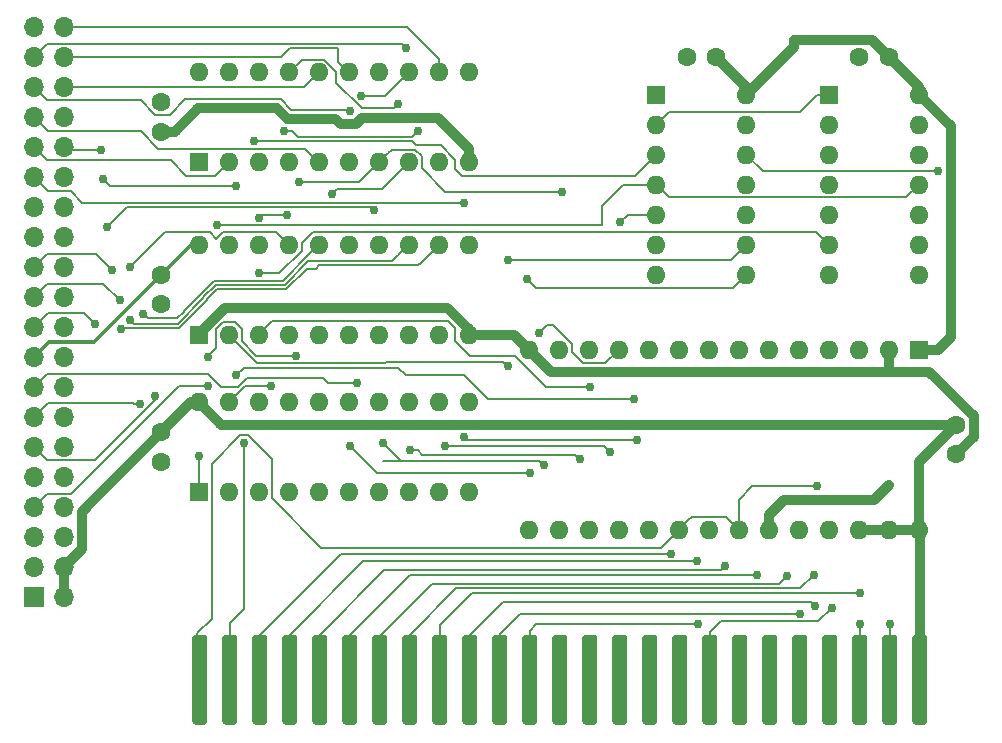
<source format=gbr>
G04 #@! TF.GenerationSoftware,KiCad,Pcbnew,(5.0.2)-1*
G04 #@! TF.CreationDate,2020-12-13T22:30:25-05:00*
G04 #@! TF.ProjectId,Apple2IORPi,4170706c-6532-4494-9f52-50692e6b6963,0.2*
G04 #@! TF.SameCoordinates,Original*
G04 #@! TF.FileFunction,Copper,L1,Top*
G04 #@! TF.FilePolarity,Positive*
%FSLAX46Y46*%
G04 Gerber Fmt 4.6, Leading zero omitted, Abs format (unit mm)*
G04 Created by KiCad (PCBNEW (5.0.2)-1) date 2020-12-13 22:30:25*
%MOMM*%
%LPD*%
G01*
G04 APERTURE LIST*
G04 #@! TA.AperFunction,ComponentPad*
%ADD10C,1.600000*%
G04 #@! TD*
G04 #@! TA.AperFunction,Conductor*
%ADD11C,0.100000*%
G04 #@! TD*
G04 #@! TA.AperFunction,ConnectorPad*
%ADD12C,1.270000*%
G04 #@! TD*
G04 #@! TA.AperFunction,ComponentPad*
%ADD13R,1.600000X1.600000*%
G04 #@! TD*
G04 #@! TA.AperFunction,ComponentPad*
%ADD14O,1.600000X1.600000*%
G04 #@! TD*
G04 #@! TA.AperFunction,ComponentPad*
%ADD15R,1.700000X1.700000*%
G04 #@! TD*
G04 #@! TA.AperFunction,ComponentPad*
%ADD16O,1.700000X1.700000*%
G04 #@! TD*
G04 #@! TA.AperFunction,ViaPad*
%ADD17C,0.762000*%
G04 #@! TD*
G04 #@! TA.AperFunction,Conductor*
%ADD18C,0.177800*%
G04 #@! TD*
G04 #@! TA.AperFunction,Conductor*
%ADD19C,0.812800*%
G04 #@! TD*
G04 #@! TA.AperFunction,Conductor*
%ADD20C,0.355600*%
G04 #@! TD*
G04 APERTURE END LIST*
D10*
G04 #@! TO.P,C6,2*
G04 #@! TO.N,Net-(C1-Pad2)*
X121285000Y-69175000D03*
G04 #@! TO.P,C6,1*
G04 #@! TO.N,Net-(C5-Pad1)*
X121285000Y-66675000D03*
G04 #@! TD*
G04 #@! TO.P,C5,1*
G04 #@! TO.N,Net-(C5-Pad1)*
X121285000Y-81280000D03*
G04 #@! TO.P,C5,2*
G04 #@! TO.N,Net-(C1-Pad2)*
X121285000Y-83780000D03*
G04 #@! TD*
G04 #@! TO.P,C1,2*
G04 #@! TO.N,Net-(C1-Pad2)*
X121285000Y-97115000D03*
G04 #@! TO.P,C1,1*
G04 #@! TO.N,Net-(C1-Pad1)*
X121285000Y-94615000D03*
G04 #@! TD*
D11*
G04 #@! TO.N,Net-(C1-Pad1)*
G04 #@! TO.C,J0*
G36*
X185843621Y-111761529D02*
X185874442Y-111766101D01*
X185904666Y-111773671D01*
X185934003Y-111784168D01*
X185962169Y-111797490D01*
X185988895Y-111813508D01*
X186013921Y-111832069D01*
X186037007Y-111852994D01*
X186057932Y-111876080D01*
X186076493Y-111901106D01*
X186092511Y-111927832D01*
X186105833Y-111955998D01*
X186116330Y-111985335D01*
X186123900Y-112015559D01*
X186128472Y-112046380D01*
X186130001Y-112077500D01*
X186130001Y-119062500D01*
X186128472Y-119093620D01*
X186123900Y-119124441D01*
X186116330Y-119154665D01*
X186105833Y-119184002D01*
X186092511Y-119212168D01*
X186076493Y-119238894D01*
X186057932Y-119263920D01*
X186037007Y-119287006D01*
X186013921Y-119307931D01*
X185988895Y-119326492D01*
X185962169Y-119342510D01*
X185934003Y-119355832D01*
X185904666Y-119366329D01*
X185874442Y-119373899D01*
X185843621Y-119378471D01*
X185812501Y-119380000D01*
X185177501Y-119380000D01*
X185146381Y-119378471D01*
X185115560Y-119373899D01*
X185085336Y-119366329D01*
X185055999Y-119355832D01*
X185027833Y-119342510D01*
X185001107Y-119326492D01*
X184976081Y-119307931D01*
X184952995Y-119287006D01*
X184932070Y-119263920D01*
X184913509Y-119238894D01*
X184897491Y-119212168D01*
X184884169Y-119184002D01*
X184873672Y-119154665D01*
X184866102Y-119124441D01*
X184861530Y-119093620D01*
X184860001Y-119062500D01*
X184860001Y-112077500D01*
X184861530Y-112046380D01*
X184866102Y-112015559D01*
X184873672Y-111985335D01*
X184884169Y-111955998D01*
X184897491Y-111927832D01*
X184913509Y-111901106D01*
X184932070Y-111876080D01*
X184952995Y-111852994D01*
X184976081Y-111832069D01*
X185001107Y-111813508D01*
X185027833Y-111797490D01*
X185055999Y-111784168D01*
X185085336Y-111773671D01*
X185115560Y-111766101D01*
X185146381Y-111761529D01*
X185177501Y-111760000D01*
X185812501Y-111760000D01*
X185843621Y-111761529D01*
X185843621Y-111761529D01*
G37*
D12*
G04 #@! TD*
G04 #@! TO.P,J0,25*
G04 #@! TO.N,Net-(C1-Pad1)*
X185495001Y-115570000D03*
D11*
G04 #@! TO.N,Net-(J0-Pad24)*
G04 #@! TO.C,J0*
G36*
X183303621Y-111761529D02*
X183334442Y-111766101D01*
X183364666Y-111773671D01*
X183394003Y-111784168D01*
X183422169Y-111797490D01*
X183448895Y-111813508D01*
X183473921Y-111832069D01*
X183497007Y-111852994D01*
X183517932Y-111876080D01*
X183536493Y-111901106D01*
X183552511Y-111927832D01*
X183565833Y-111955998D01*
X183576330Y-111985335D01*
X183583900Y-112015559D01*
X183588472Y-112046380D01*
X183590001Y-112077500D01*
X183590001Y-119062500D01*
X183588472Y-119093620D01*
X183583900Y-119124441D01*
X183576330Y-119154665D01*
X183565833Y-119184002D01*
X183552511Y-119212168D01*
X183536493Y-119238894D01*
X183517932Y-119263920D01*
X183497007Y-119287006D01*
X183473921Y-119307931D01*
X183448895Y-119326492D01*
X183422169Y-119342510D01*
X183394003Y-119355832D01*
X183364666Y-119366329D01*
X183334442Y-119373899D01*
X183303621Y-119378471D01*
X183272501Y-119380000D01*
X182637501Y-119380000D01*
X182606381Y-119378471D01*
X182575560Y-119373899D01*
X182545336Y-119366329D01*
X182515999Y-119355832D01*
X182487833Y-119342510D01*
X182461107Y-119326492D01*
X182436081Y-119307931D01*
X182412995Y-119287006D01*
X182392070Y-119263920D01*
X182373509Y-119238894D01*
X182357491Y-119212168D01*
X182344169Y-119184002D01*
X182333672Y-119154665D01*
X182326102Y-119124441D01*
X182321530Y-119093620D01*
X182320001Y-119062500D01*
X182320001Y-112077500D01*
X182321530Y-112046380D01*
X182326102Y-112015559D01*
X182333672Y-111985335D01*
X182344169Y-111955998D01*
X182357491Y-111927832D01*
X182373509Y-111901106D01*
X182392070Y-111876080D01*
X182412995Y-111852994D01*
X182436081Y-111832069D01*
X182461107Y-111813508D01*
X182487833Y-111797490D01*
X182515999Y-111784168D01*
X182545336Y-111773671D01*
X182575560Y-111766101D01*
X182606381Y-111761529D01*
X182637501Y-111760000D01*
X183272501Y-111760000D01*
X183303621Y-111761529D01*
X183303621Y-111761529D01*
G37*
D12*
G04 #@! TD*
G04 #@! TO.P,J0,24*
G04 #@! TO.N,Net-(J0-Pad24)*
X182955001Y-115570000D03*
D11*
G04 #@! TO.N,Net-(J0-Pad23)*
G04 #@! TO.C,J0*
G36*
X180763621Y-111761529D02*
X180794442Y-111766101D01*
X180824666Y-111773671D01*
X180854003Y-111784168D01*
X180882169Y-111797490D01*
X180908895Y-111813508D01*
X180933921Y-111832069D01*
X180957007Y-111852994D01*
X180977932Y-111876080D01*
X180996493Y-111901106D01*
X181012511Y-111927832D01*
X181025833Y-111955998D01*
X181036330Y-111985335D01*
X181043900Y-112015559D01*
X181048472Y-112046380D01*
X181050001Y-112077500D01*
X181050001Y-119062500D01*
X181048472Y-119093620D01*
X181043900Y-119124441D01*
X181036330Y-119154665D01*
X181025833Y-119184002D01*
X181012511Y-119212168D01*
X180996493Y-119238894D01*
X180977932Y-119263920D01*
X180957007Y-119287006D01*
X180933921Y-119307931D01*
X180908895Y-119326492D01*
X180882169Y-119342510D01*
X180854003Y-119355832D01*
X180824666Y-119366329D01*
X180794442Y-119373899D01*
X180763621Y-119378471D01*
X180732501Y-119380000D01*
X180097501Y-119380000D01*
X180066381Y-119378471D01*
X180035560Y-119373899D01*
X180005336Y-119366329D01*
X179975999Y-119355832D01*
X179947833Y-119342510D01*
X179921107Y-119326492D01*
X179896081Y-119307931D01*
X179872995Y-119287006D01*
X179852070Y-119263920D01*
X179833509Y-119238894D01*
X179817491Y-119212168D01*
X179804169Y-119184002D01*
X179793672Y-119154665D01*
X179786102Y-119124441D01*
X179781530Y-119093620D01*
X179780001Y-119062500D01*
X179780001Y-112077500D01*
X179781530Y-112046380D01*
X179786102Y-112015559D01*
X179793672Y-111985335D01*
X179804169Y-111955998D01*
X179817491Y-111927832D01*
X179833509Y-111901106D01*
X179852070Y-111876080D01*
X179872995Y-111852994D01*
X179896081Y-111832069D01*
X179921107Y-111813508D01*
X179947833Y-111797490D01*
X179975999Y-111784168D01*
X180005336Y-111773671D01*
X180035560Y-111766101D01*
X180066381Y-111761529D01*
X180097501Y-111760000D01*
X180732501Y-111760000D01*
X180763621Y-111761529D01*
X180763621Y-111761529D01*
G37*
D12*
G04 #@! TD*
G04 #@! TO.P,J0,23*
G04 #@! TO.N,Net-(J0-Pad23)*
X180415001Y-115570000D03*
D11*
G04 #@! TO.N,Net-(J0-Pad22)*
G04 #@! TO.C,J0*
G36*
X178223621Y-111761529D02*
X178254442Y-111766101D01*
X178284666Y-111773671D01*
X178314003Y-111784168D01*
X178342169Y-111797490D01*
X178368895Y-111813508D01*
X178393921Y-111832069D01*
X178417007Y-111852994D01*
X178437932Y-111876080D01*
X178456493Y-111901106D01*
X178472511Y-111927832D01*
X178485833Y-111955998D01*
X178496330Y-111985335D01*
X178503900Y-112015559D01*
X178508472Y-112046380D01*
X178510001Y-112077500D01*
X178510001Y-119062500D01*
X178508472Y-119093620D01*
X178503900Y-119124441D01*
X178496330Y-119154665D01*
X178485833Y-119184002D01*
X178472511Y-119212168D01*
X178456493Y-119238894D01*
X178437932Y-119263920D01*
X178417007Y-119287006D01*
X178393921Y-119307931D01*
X178368895Y-119326492D01*
X178342169Y-119342510D01*
X178314003Y-119355832D01*
X178284666Y-119366329D01*
X178254442Y-119373899D01*
X178223621Y-119378471D01*
X178192501Y-119380000D01*
X177557501Y-119380000D01*
X177526381Y-119378471D01*
X177495560Y-119373899D01*
X177465336Y-119366329D01*
X177435999Y-119355832D01*
X177407833Y-119342510D01*
X177381107Y-119326492D01*
X177356081Y-119307931D01*
X177332995Y-119287006D01*
X177312070Y-119263920D01*
X177293509Y-119238894D01*
X177277491Y-119212168D01*
X177264169Y-119184002D01*
X177253672Y-119154665D01*
X177246102Y-119124441D01*
X177241530Y-119093620D01*
X177240001Y-119062500D01*
X177240001Y-112077500D01*
X177241530Y-112046380D01*
X177246102Y-112015559D01*
X177253672Y-111985335D01*
X177264169Y-111955998D01*
X177277491Y-111927832D01*
X177293509Y-111901106D01*
X177312070Y-111876080D01*
X177332995Y-111852994D01*
X177356081Y-111832069D01*
X177381107Y-111813508D01*
X177407833Y-111797490D01*
X177435999Y-111784168D01*
X177465336Y-111773671D01*
X177495560Y-111766101D01*
X177526381Y-111761529D01*
X177557501Y-111760000D01*
X178192501Y-111760000D01*
X178223621Y-111761529D01*
X178223621Y-111761529D01*
G37*
D12*
G04 #@! TD*
G04 #@! TO.P,J0,22*
G04 #@! TO.N,Net-(J0-Pad22)*
X177875001Y-115570000D03*
D11*
G04 #@! TO.N,Net-(J0-Pad21)*
G04 #@! TO.C,J0*
G36*
X175683621Y-111761529D02*
X175714442Y-111766101D01*
X175744666Y-111773671D01*
X175774003Y-111784168D01*
X175802169Y-111797490D01*
X175828895Y-111813508D01*
X175853921Y-111832069D01*
X175877007Y-111852994D01*
X175897932Y-111876080D01*
X175916493Y-111901106D01*
X175932511Y-111927832D01*
X175945833Y-111955998D01*
X175956330Y-111985335D01*
X175963900Y-112015559D01*
X175968472Y-112046380D01*
X175970001Y-112077500D01*
X175970001Y-119062500D01*
X175968472Y-119093620D01*
X175963900Y-119124441D01*
X175956330Y-119154665D01*
X175945833Y-119184002D01*
X175932511Y-119212168D01*
X175916493Y-119238894D01*
X175897932Y-119263920D01*
X175877007Y-119287006D01*
X175853921Y-119307931D01*
X175828895Y-119326492D01*
X175802169Y-119342510D01*
X175774003Y-119355832D01*
X175744666Y-119366329D01*
X175714442Y-119373899D01*
X175683621Y-119378471D01*
X175652501Y-119380000D01*
X175017501Y-119380000D01*
X174986381Y-119378471D01*
X174955560Y-119373899D01*
X174925336Y-119366329D01*
X174895999Y-119355832D01*
X174867833Y-119342510D01*
X174841107Y-119326492D01*
X174816081Y-119307931D01*
X174792995Y-119287006D01*
X174772070Y-119263920D01*
X174753509Y-119238894D01*
X174737491Y-119212168D01*
X174724169Y-119184002D01*
X174713672Y-119154665D01*
X174706102Y-119124441D01*
X174701530Y-119093620D01*
X174700001Y-119062500D01*
X174700001Y-112077500D01*
X174701530Y-112046380D01*
X174706102Y-112015559D01*
X174713672Y-111985335D01*
X174724169Y-111955998D01*
X174737491Y-111927832D01*
X174753509Y-111901106D01*
X174772070Y-111876080D01*
X174792995Y-111852994D01*
X174816081Y-111832069D01*
X174841107Y-111813508D01*
X174867833Y-111797490D01*
X174895999Y-111784168D01*
X174925336Y-111773671D01*
X174955560Y-111766101D01*
X174986381Y-111761529D01*
X175017501Y-111760000D01*
X175652501Y-111760000D01*
X175683621Y-111761529D01*
X175683621Y-111761529D01*
G37*
D12*
G04 #@! TD*
G04 #@! TO.P,J0,21*
G04 #@! TO.N,Net-(J0-Pad21)*
X175335001Y-115570000D03*
D11*
G04 #@! TO.N,Net-(J0-Pad20)*
G04 #@! TO.C,J0*
G36*
X173143621Y-111761529D02*
X173174442Y-111766101D01*
X173204666Y-111773671D01*
X173234003Y-111784168D01*
X173262169Y-111797490D01*
X173288895Y-111813508D01*
X173313921Y-111832069D01*
X173337007Y-111852994D01*
X173357932Y-111876080D01*
X173376493Y-111901106D01*
X173392511Y-111927832D01*
X173405833Y-111955998D01*
X173416330Y-111985335D01*
X173423900Y-112015559D01*
X173428472Y-112046380D01*
X173430001Y-112077500D01*
X173430001Y-119062500D01*
X173428472Y-119093620D01*
X173423900Y-119124441D01*
X173416330Y-119154665D01*
X173405833Y-119184002D01*
X173392511Y-119212168D01*
X173376493Y-119238894D01*
X173357932Y-119263920D01*
X173337007Y-119287006D01*
X173313921Y-119307931D01*
X173288895Y-119326492D01*
X173262169Y-119342510D01*
X173234003Y-119355832D01*
X173204666Y-119366329D01*
X173174442Y-119373899D01*
X173143621Y-119378471D01*
X173112501Y-119380000D01*
X172477501Y-119380000D01*
X172446381Y-119378471D01*
X172415560Y-119373899D01*
X172385336Y-119366329D01*
X172355999Y-119355832D01*
X172327833Y-119342510D01*
X172301107Y-119326492D01*
X172276081Y-119307931D01*
X172252995Y-119287006D01*
X172232070Y-119263920D01*
X172213509Y-119238894D01*
X172197491Y-119212168D01*
X172184169Y-119184002D01*
X172173672Y-119154665D01*
X172166102Y-119124441D01*
X172161530Y-119093620D01*
X172160001Y-119062500D01*
X172160001Y-112077500D01*
X172161530Y-112046380D01*
X172166102Y-112015559D01*
X172173672Y-111985335D01*
X172184169Y-111955998D01*
X172197491Y-111927832D01*
X172213509Y-111901106D01*
X172232070Y-111876080D01*
X172252995Y-111852994D01*
X172276081Y-111832069D01*
X172301107Y-111813508D01*
X172327833Y-111797490D01*
X172355999Y-111784168D01*
X172385336Y-111773671D01*
X172415560Y-111766101D01*
X172446381Y-111761529D01*
X172477501Y-111760000D01*
X173112501Y-111760000D01*
X173143621Y-111761529D01*
X173143621Y-111761529D01*
G37*
D12*
G04 #@! TD*
G04 #@! TO.P,J0,20*
G04 #@! TO.N,Net-(J0-Pad20)*
X172795001Y-115570000D03*
D11*
G04 #@! TO.N,Net-(J0-Pad19)*
G04 #@! TO.C,J0*
G36*
X170603621Y-111761529D02*
X170634442Y-111766101D01*
X170664666Y-111773671D01*
X170694003Y-111784168D01*
X170722169Y-111797490D01*
X170748895Y-111813508D01*
X170773921Y-111832069D01*
X170797007Y-111852994D01*
X170817932Y-111876080D01*
X170836493Y-111901106D01*
X170852511Y-111927832D01*
X170865833Y-111955998D01*
X170876330Y-111985335D01*
X170883900Y-112015559D01*
X170888472Y-112046380D01*
X170890001Y-112077500D01*
X170890001Y-119062500D01*
X170888472Y-119093620D01*
X170883900Y-119124441D01*
X170876330Y-119154665D01*
X170865833Y-119184002D01*
X170852511Y-119212168D01*
X170836493Y-119238894D01*
X170817932Y-119263920D01*
X170797007Y-119287006D01*
X170773921Y-119307931D01*
X170748895Y-119326492D01*
X170722169Y-119342510D01*
X170694003Y-119355832D01*
X170664666Y-119366329D01*
X170634442Y-119373899D01*
X170603621Y-119378471D01*
X170572501Y-119380000D01*
X169937501Y-119380000D01*
X169906381Y-119378471D01*
X169875560Y-119373899D01*
X169845336Y-119366329D01*
X169815999Y-119355832D01*
X169787833Y-119342510D01*
X169761107Y-119326492D01*
X169736081Y-119307931D01*
X169712995Y-119287006D01*
X169692070Y-119263920D01*
X169673509Y-119238894D01*
X169657491Y-119212168D01*
X169644169Y-119184002D01*
X169633672Y-119154665D01*
X169626102Y-119124441D01*
X169621530Y-119093620D01*
X169620001Y-119062500D01*
X169620001Y-112077500D01*
X169621530Y-112046380D01*
X169626102Y-112015559D01*
X169633672Y-111985335D01*
X169644169Y-111955998D01*
X169657491Y-111927832D01*
X169673509Y-111901106D01*
X169692070Y-111876080D01*
X169712995Y-111852994D01*
X169736081Y-111832069D01*
X169761107Y-111813508D01*
X169787833Y-111797490D01*
X169815999Y-111784168D01*
X169845336Y-111773671D01*
X169875560Y-111766101D01*
X169906381Y-111761529D01*
X169937501Y-111760000D01*
X170572501Y-111760000D01*
X170603621Y-111761529D01*
X170603621Y-111761529D01*
G37*
D12*
G04 #@! TD*
G04 #@! TO.P,J0,19*
G04 #@! TO.N,Net-(J0-Pad19)*
X170255001Y-115570000D03*
D11*
G04 #@! TO.N,Net-(J0-Pad18)*
G04 #@! TO.C,J0*
G36*
X168063621Y-111761529D02*
X168094442Y-111766101D01*
X168124666Y-111773671D01*
X168154003Y-111784168D01*
X168182169Y-111797490D01*
X168208895Y-111813508D01*
X168233921Y-111832069D01*
X168257007Y-111852994D01*
X168277932Y-111876080D01*
X168296493Y-111901106D01*
X168312511Y-111927832D01*
X168325833Y-111955998D01*
X168336330Y-111985335D01*
X168343900Y-112015559D01*
X168348472Y-112046380D01*
X168350001Y-112077500D01*
X168350001Y-119062500D01*
X168348472Y-119093620D01*
X168343900Y-119124441D01*
X168336330Y-119154665D01*
X168325833Y-119184002D01*
X168312511Y-119212168D01*
X168296493Y-119238894D01*
X168277932Y-119263920D01*
X168257007Y-119287006D01*
X168233921Y-119307931D01*
X168208895Y-119326492D01*
X168182169Y-119342510D01*
X168154003Y-119355832D01*
X168124666Y-119366329D01*
X168094442Y-119373899D01*
X168063621Y-119378471D01*
X168032501Y-119380000D01*
X167397501Y-119380000D01*
X167366381Y-119378471D01*
X167335560Y-119373899D01*
X167305336Y-119366329D01*
X167275999Y-119355832D01*
X167247833Y-119342510D01*
X167221107Y-119326492D01*
X167196081Y-119307931D01*
X167172995Y-119287006D01*
X167152070Y-119263920D01*
X167133509Y-119238894D01*
X167117491Y-119212168D01*
X167104169Y-119184002D01*
X167093672Y-119154665D01*
X167086102Y-119124441D01*
X167081530Y-119093620D01*
X167080001Y-119062500D01*
X167080001Y-112077500D01*
X167081530Y-112046380D01*
X167086102Y-112015559D01*
X167093672Y-111985335D01*
X167104169Y-111955998D01*
X167117491Y-111927832D01*
X167133509Y-111901106D01*
X167152070Y-111876080D01*
X167172995Y-111852994D01*
X167196081Y-111832069D01*
X167221107Y-111813508D01*
X167247833Y-111797490D01*
X167275999Y-111784168D01*
X167305336Y-111773671D01*
X167335560Y-111766101D01*
X167366381Y-111761529D01*
X167397501Y-111760000D01*
X168032501Y-111760000D01*
X168063621Y-111761529D01*
X168063621Y-111761529D01*
G37*
D12*
G04 #@! TD*
G04 #@! TO.P,J0,18*
G04 #@! TO.N,Net-(J0-Pad18)*
X167715001Y-115570000D03*
D11*
G04 #@! TO.N,Net-(J0-Pad17)*
G04 #@! TO.C,J0*
G36*
X165523621Y-111761529D02*
X165554442Y-111766101D01*
X165584666Y-111773671D01*
X165614003Y-111784168D01*
X165642169Y-111797490D01*
X165668895Y-111813508D01*
X165693921Y-111832069D01*
X165717007Y-111852994D01*
X165737932Y-111876080D01*
X165756493Y-111901106D01*
X165772511Y-111927832D01*
X165785833Y-111955998D01*
X165796330Y-111985335D01*
X165803900Y-112015559D01*
X165808472Y-112046380D01*
X165810001Y-112077500D01*
X165810001Y-119062500D01*
X165808472Y-119093620D01*
X165803900Y-119124441D01*
X165796330Y-119154665D01*
X165785833Y-119184002D01*
X165772511Y-119212168D01*
X165756493Y-119238894D01*
X165737932Y-119263920D01*
X165717007Y-119287006D01*
X165693921Y-119307931D01*
X165668895Y-119326492D01*
X165642169Y-119342510D01*
X165614003Y-119355832D01*
X165584666Y-119366329D01*
X165554442Y-119373899D01*
X165523621Y-119378471D01*
X165492501Y-119380000D01*
X164857501Y-119380000D01*
X164826381Y-119378471D01*
X164795560Y-119373899D01*
X164765336Y-119366329D01*
X164735999Y-119355832D01*
X164707833Y-119342510D01*
X164681107Y-119326492D01*
X164656081Y-119307931D01*
X164632995Y-119287006D01*
X164612070Y-119263920D01*
X164593509Y-119238894D01*
X164577491Y-119212168D01*
X164564169Y-119184002D01*
X164553672Y-119154665D01*
X164546102Y-119124441D01*
X164541530Y-119093620D01*
X164540001Y-119062500D01*
X164540001Y-112077500D01*
X164541530Y-112046380D01*
X164546102Y-112015559D01*
X164553672Y-111985335D01*
X164564169Y-111955998D01*
X164577491Y-111927832D01*
X164593509Y-111901106D01*
X164612070Y-111876080D01*
X164632995Y-111852994D01*
X164656081Y-111832069D01*
X164681107Y-111813508D01*
X164707833Y-111797490D01*
X164735999Y-111784168D01*
X164765336Y-111773671D01*
X164795560Y-111766101D01*
X164826381Y-111761529D01*
X164857501Y-111760000D01*
X165492501Y-111760000D01*
X165523621Y-111761529D01*
X165523621Y-111761529D01*
G37*
D12*
G04 #@! TD*
G04 #@! TO.P,J0,17*
G04 #@! TO.N,Net-(J0-Pad17)*
X165175001Y-115570000D03*
D11*
G04 #@! TO.N,Net-(J0-Pad16)*
G04 #@! TO.C,J0*
G36*
X162983621Y-111761529D02*
X163014442Y-111766101D01*
X163044666Y-111773671D01*
X163074003Y-111784168D01*
X163102169Y-111797490D01*
X163128895Y-111813508D01*
X163153921Y-111832069D01*
X163177007Y-111852994D01*
X163197932Y-111876080D01*
X163216493Y-111901106D01*
X163232511Y-111927832D01*
X163245833Y-111955998D01*
X163256330Y-111985335D01*
X163263900Y-112015559D01*
X163268472Y-112046380D01*
X163270001Y-112077500D01*
X163270001Y-119062500D01*
X163268472Y-119093620D01*
X163263900Y-119124441D01*
X163256330Y-119154665D01*
X163245833Y-119184002D01*
X163232511Y-119212168D01*
X163216493Y-119238894D01*
X163197932Y-119263920D01*
X163177007Y-119287006D01*
X163153921Y-119307931D01*
X163128895Y-119326492D01*
X163102169Y-119342510D01*
X163074003Y-119355832D01*
X163044666Y-119366329D01*
X163014442Y-119373899D01*
X162983621Y-119378471D01*
X162952501Y-119380000D01*
X162317501Y-119380000D01*
X162286381Y-119378471D01*
X162255560Y-119373899D01*
X162225336Y-119366329D01*
X162195999Y-119355832D01*
X162167833Y-119342510D01*
X162141107Y-119326492D01*
X162116081Y-119307931D01*
X162092995Y-119287006D01*
X162072070Y-119263920D01*
X162053509Y-119238894D01*
X162037491Y-119212168D01*
X162024169Y-119184002D01*
X162013672Y-119154665D01*
X162006102Y-119124441D01*
X162001530Y-119093620D01*
X162000001Y-119062500D01*
X162000001Y-112077500D01*
X162001530Y-112046380D01*
X162006102Y-112015559D01*
X162013672Y-111985335D01*
X162024169Y-111955998D01*
X162037491Y-111927832D01*
X162053509Y-111901106D01*
X162072070Y-111876080D01*
X162092995Y-111852994D01*
X162116081Y-111832069D01*
X162141107Y-111813508D01*
X162167833Y-111797490D01*
X162195999Y-111784168D01*
X162225336Y-111773671D01*
X162255560Y-111766101D01*
X162286381Y-111761529D01*
X162317501Y-111760000D01*
X162952501Y-111760000D01*
X162983621Y-111761529D01*
X162983621Y-111761529D01*
G37*
D12*
G04 #@! TD*
G04 #@! TO.P,J0,16*
G04 #@! TO.N,Net-(J0-Pad16)*
X162635001Y-115570000D03*
D11*
G04 #@! TO.N,Net-(J0-Pad15)*
G04 #@! TO.C,J0*
G36*
X160443621Y-111761529D02*
X160474442Y-111766101D01*
X160504666Y-111773671D01*
X160534003Y-111784168D01*
X160562169Y-111797490D01*
X160588895Y-111813508D01*
X160613921Y-111832069D01*
X160637007Y-111852994D01*
X160657932Y-111876080D01*
X160676493Y-111901106D01*
X160692511Y-111927832D01*
X160705833Y-111955998D01*
X160716330Y-111985335D01*
X160723900Y-112015559D01*
X160728472Y-112046380D01*
X160730001Y-112077500D01*
X160730001Y-119062500D01*
X160728472Y-119093620D01*
X160723900Y-119124441D01*
X160716330Y-119154665D01*
X160705833Y-119184002D01*
X160692511Y-119212168D01*
X160676493Y-119238894D01*
X160657932Y-119263920D01*
X160637007Y-119287006D01*
X160613921Y-119307931D01*
X160588895Y-119326492D01*
X160562169Y-119342510D01*
X160534003Y-119355832D01*
X160504666Y-119366329D01*
X160474442Y-119373899D01*
X160443621Y-119378471D01*
X160412501Y-119380000D01*
X159777501Y-119380000D01*
X159746381Y-119378471D01*
X159715560Y-119373899D01*
X159685336Y-119366329D01*
X159655999Y-119355832D01*
X159627833Y-119342510D01*
X159601107Y-119326492D01*
X159576081Y-119307931D01*
X159552995Y-119287006D01*
X159532070Y-119263920D01*
X159513509Y-119238894D01*
X159497491Y-119212168D01*
X159484169Y-119184002D01*
X159473672Y-119154665D01*
X159466102Y-119124441D01*
X159461530Y-119093620D01*
X159460001Y-119062500D01*
X159460001Y-112077500D01*
X159461530Y-112046380D01*
X159466102Y-112015559D01*
X159473672Y-111985335D01*
X159484169Y-111955998D01*
X159497491Y-111927832D01*
X159513509Y-111901106D01*
X159532070Y-111876080D01*
X159552995Y-111852994D01*
X159576081Y-111832069D01*
X159601107Y-111813508D01*
X159627833Y-111797490D01*
X159655999Y-111784168D01*
X159685336Y-111773671D01*
X159715560Y-111766101D01*
X159746381Y-111761529D01*
X159777501Y-111760000D01*
X160412501Y-111760000D01*
X160443621Y-111761529D01*
X160443621Y-111761529D01*
G37*
D12*
G04 #@! TD*
G04 #@! TO.P,J0,15*
G04 #@! TO.N,Net-(J0-Pad15)*
X160095001Y-115570000D03*
D11*
G04 #@! TO.N,Net-(J0-Pad14)*
G04 #@! TO.C,J0*
G36*
X157903621Y-111761529D02*
X157934442Y-111766101D01*
X157964666Y-111773671D01*
X157994003Y-111784168D01*
X158022169Y-111797490D01*
X158048895Y-111813508D01*
X158073921Y-111832069D01*
X158097007Y-111852994D01*
X158117932Y-111876080D01*
X158136493Y-111901106D01*
X158152511Y-111927832D01*
X158165833Y-111955998D01*
X158176330Y-111985335D01*
X158183900Y-112015559D01*
X158188472Y-112046380D01*
X158190001Y-112077500D01*
X158190001Y-119062500D01*
X158188472Y-119093620D01*
X158183900Y-119124441D01*
X158176330Y-119154665D01*
X158165833Y-119184002D01*
X158152511Y-119212168D01*
X158136493Y-119238894D01*
X158117932Y-119263920D01*
X158097007Y-119287006D01*
X158073921Y-119307931D01*
X158048895Y-119326492D01*
X158022169Y-119342510D01*
X157994003Y-119355832D01*
X157964666Y-119366329D01*
X157934442Y-119373899D01*
X157903621Y-119378471D01*
X157872501Y-119380000D01*
X157237501Y-119380000D01*
X157206381Y-119378471D01*
X157175560Y-119373899D01*
X157145336Y-119366329D01*
X157115999Y-119355832D01*
X157087833Y-119342510D01*
X157061107Y-119326492D01*
X157036081Y-119307931D01*
X157012995Y-119287006D01*
X156992070Y-119263920D01*
X156973509Y-119238894D01*
X156957491Y-119212168D01*
X156944169Y-119184002D01*
X156933672Y-119154665D01*
X156926102Y-119124441D01*
X156921530Y-119093620D01*
X156920001Y-119062500D01*
X156920001Y-112077500D01*
X156921530Y-112046380D01*
X156926102Y-112015559D01*
X156933672Y-111985335D01*
X156944169Y-111955998D01*
X156957491Y-111927832D01*
X156973509Y-111901106D01*
X156992070Y-111876080D01*
X157012995Y-111852994D01*
X157036081Y-111832069D01*
X157061107Y-111813508D01*
X157087833Y-111797490D01*
X157115999Y-111784168D01*
X157145336Y-111773671D01*
X157175560Y-111766101D01*
X157206381Y-111761529D01*
X157237501Y-111760000D01*
X157872501Y-111760000D01*
X157903621Y-111761529D01*
X157903621Y-111761529D01*
G37*
D12*
G04 #@! TD*
G04 #@! TO.P,J0,14*
G04 #@! TO.N,Net-(J0-Pad14)*
X157555001Y-115570000D03*
D11*
G04 #@! TO.N,Net-(J0-Pad13)*
G04 #@! TO.C,J0*
G36*
X155363621Y-111761529D02*
X155394442Y-111766101D01*
X155424666Y-111773671D01*
X155454003Y-111784168D01*
X155482169Y-111797490D01*
X155508895Y-111813508D01*
X155533921Y-111832069D01*
X155557007Y-111852994D01*
X155577932Y-111876080D01*
X155596493Y-111901106D01*
X155612511Y-111927832D01*
X155625833Y-111955998D01*
X155636330Y-111985335D01*
X155643900Y-112015559D01*
X155648472Y-112046380D01*
X155650001Y-112077500D01*
X155650001Y-119062500D01*
X155648472Y-119093620D01*
X155643900Y-119124441D01*
X155636330Y-119154665D01*
X155625833Y-119184002D01*
X155612511Y-119212168D01*
X155596493Y-119238894D01*
X155577932Y-119263920D01*
X155557007Y-119287006D01*
X155533921Y-119307931D01*
X155508895Y-119326492D01*
X155482169Y-119342510D01*
X155454003Y-119355832D01*
X155424666Y-119366329D01*
X155394442Y-119373899D01*
X155363621Y-119378471D01*
X155332501Y-119380000D01*
X154697501Y-119380000D01*
X154666381Y-119378471D01*
X154635560Y-119373899D01*
X154605336Y-119366329D01*
X154575999Y-119355832D01*
X154547833Y-119342510D01*
X154521107Y-119326492D01*
X154496081Y-119307931D01*
X154472995Y-119287006D01*
X154452070Y-119263920D01*
X154433509Y-119238894D01*
X154417491Y-119212168D01*
X154404169Y-119184002D01*
X154393672Y-119154665D01*
X154386102Y-119124441D01*
X154381530Y-119093620D01*
X154380001Y-119062500D01*
X154380001Y-112077500D01*
X154381530Y-112046380D01*
X154386102Y-112015559D01*
X154393672Y-111985335D01*
X154404169Y-111955998D01*
X154417491Y-111927832D01*
X154433509Y-111901106D01*
X154452070Y-111876080D01*
X154472995Y-111852994D01*
X154496081Y-111832069D01*
X154521107Y-111813508D01*
X154547833Y-111797490D01*
X154575999Y-111784168D01*
X154605336Y-111773671D01*
X154635560Y-111766101D01*
X154666381Y-111761529D01*
X154697501Y-111760000D01*
X155332501Y-111760000D01*
X155363621Y-111761529D01*
X155363621Y-111761529D01*
G37*
D12*
G04 #@! TD*
G04 #@! TO.P,J0,13*
G04 #@! TO.N,Net-(J0-Pad13)*
X155015001Y-115570000D03*
D11*
G04 #@! TO.N,Net-(J0-Pad12)*
G04 #@! TO.C,J0*
G36*
X152823621Y-111761529D02*
X152854442Y-111766101D01*
X152884666Y-111773671D01*
X152914003Y-111784168D01*
X152942169Y-111797490D01*
X152968895Y-111813508D01*
X152993921Y-111832069D01*
X153017007Y-111852994D01*
X153037932Y-111876080D01*
X153056493Y-111901106D01*
X153072511Y-111927832D01*
X153085833Y-111955998D01*
X153096330Y-111985335D01*
X153103900Y-112015559D01*
X153108472Y-112046380D01*
X153110001Y-112077500D01*
X153110001Y-119062500D01*
X153108472Y-119093620D01*
X153103900Y-119124441D01*
X153096330Y-119154665D01*
X153085833Y-119184002D01*
X153072511Y-119212168D01*
X153056493Y-119238894D01*
X153037932Y-119263920D01*
X153017007Y-119287006D01*
X152993921Y-119307931D01*
X152968895Y-119326492D01*
X152942169Y-119342510D01*
X152914003Y-119355832D01*
X152884666Y-119366329D01*
X152854442Y-119373899D01*
X152823621Y-119378471D01*
X152792501Y-119380000D01*
X152157501Y-119380000D01*
X152126381Y-119378471D01*
X152095560Y-119373899D01*
X152065336Y-119366329D01*
X152035999Y-119355832D01*
X152007833Y-119342510D01*
X151981107Y-119326492D01*
X151956081Y-119307931D01*
X151932995Y-119287006D01*
X151912070Y-119263920D01*
X151893509Y-119238894D01*
X151877491Y-119212168D01*
X151864169Y-119184002D01*
X151853672Y-119154665D01*
X151846102Y-119124441D01*
X151841530Y-119093620D01*
X151840001Y-119062500D01*
X151840001Y-112077500D01*
X151841530Y-112046380D01*
X151846102Y-112015559D01*
X151853672Y-111985335D01*
X151864169Y-111955998D01*
X151877491Y-111927832D01*
X151893509Y-111901106D01*
X151912070Y-111876080D01*
X151932995Y-111852994D01*
X151956081Y-111832069D01*
X151981107Y-111813508D01*
X152007833Y-111797490D01*
X152035999Y-111784168D01*
X152065336Y-111773671D01*
X152095560Y-111766101D01*
X152126381Y-111761529D01*
X152157501Y-111760000D01*
X152792501Y-111760000D01*
X152823621Y-111761529D01*
X152823621Y-111761529D01*
G37*
D12*
G04 #@! TD*
G04 #@! TO.P,J0,12*
G04 #@! TO.N,Net-(J0-Pad12)*
X152475001Y-115570000D03*
D11*
G04 #@! TO.N,Net-(J0-Pad11)*
G04 #@! TO.C,J0*
G36*
X150283621Y-111761529D02*
X150314442Y-111766101D01*
X150344666Y-111773671D01*
X150374003Y-111784168D01*
X150402169Y-111797490D01*
X150428895Y-111813508D01*
X150453921Y-111832069D01*
X150477007Y-111852994D01*
X150497932Y-111876080D01*
X150516493Y-111901106D01*
X150532511Y-111927832D01*
X150545833Y-111955998D01*
X150556330Y-111985335D01*
X150563900Y-112015559D01*
X150568472Y-112046380D01*
X150570001Y-112077500D01*
X150570001Y-119062500D01*
X150568472Y-119093620D01*
X150563900Y-119124441D01*
X150556330Y-119154665D01*
X150545833Y-119184002D01*
X150532511Y-119212168D01*
X150516493Y-119238894D01*
X150497932Y-119263920D01*
X150477007Y-119287006D01*
X150453921Y-119307931D01*
X150428895Y-119326492D01*
X150402169Y-119342510D01*
X150374003Y-119355832D01*
X150344666Y-119366329D01*
X150314442Y-119373899D01*
X150283621Y-119378471D01*
X150252501Y-119380000D01*
X149617501Y-119380000D01*
X149586381Y-119378471D01*
X149555560Y-119373899D01*
X149525336Y-119366329D01*
X149495999Y-119355832D01*
X149467833Y-119342510D01*
X149441107Y-119326492D01*
X149416081Y-119307931D01*
X149392995Y-119287006D01*
X149372070Y-119263920D01*
X149353509Y-119238894D01*
X149337491Y-119212168D01*
X149324169Y-119184002D01*
X149313672Y-119154665D01*
X149306102Y-119124441D01*
X149301530Y-119093620D01*
X149300001Y-119062500D01*
X149300001Y-112077500D01*
X149301530Y-112046380D01*
X149306102Y-112015559D01*
X149313672Y-111985335D01*
X149324169Y-111955998D01*
X149337491Y-111927832D01*
X149353509Y-111901106D01*
X149372070Y-111876080D01*
X149392995Y-111852994D01*
X149416081Y-111832069D01*
X149441107Y-111813508D01*
X149467833Y-111797490D01*
X149495999Y-111784168D01*
X149525336Y-111773671D01*
X149555560Y-111766101D01*
X149586381Y-111761529D01*
X149617501Y-111760000D01*
X150252501Y-111760000D01*
X150283621Y-111761529D01*
X150283621Y-111761529D01*
G37*
D12*
G04 #@! TD*
G04 #@! TO.P,J0,11*
G04 #@! TO.N,Net-(J0-Pad11)*
X149935001Y-115570000D03*
D11*
G04 #@! TO.N,Net-(J0-Pad10)*
G04 #@! TO.C,J0*
G36*
X147743621Y-111761529D02*
X147774442Y-111766101D01*
X147804666Y-111773671D01*
X147834003Y-111784168D01*
X147862169Y-111797490D01*
X147888895Y-111813508D01*
X147913921Y-111832069D01*
X147937007Y-111852994D01*
X147957932Y-111876080D01*
X147976493Y-111901106D01*
X147992511Y-111927832D01*
X148005833Y-111955998D01*
X148016330Y-111985335D01*
X148023900Y-112015559D01*
X148028472Y-112046380D01*
X148030001Y-112077500D01*
X148030001Y-119062500D01*
X148028472Y-119093620D01*
X148023900Y-119124441D01*
X148016330Y-119154665D01*
X148005833Y-119184002D01*
X147992511Y-119212168D01*
X147976493Y-119238894D01*
X147957932Y-119263920D01*
X147937007Y-119287006D01*
X147913921Y-119307931D01*
X147888895Y-119326492D01*
X147862169Y-119342510D01*
X147834003Y-119355832D01*
X147804666Y-119366329D01*
X147774442Y-119373899D01*
X147743621Y-119378471D01*
X147712501Y-119380000D01*
X147077501Y-119380000D01*
X147046381Y-119378471D01*
X147015560Y-119373899D01*
X146985336Y-119366329D01*
X146955999Y-119355832D01*
X146927833Y-119342510D01*
X146901107Y-119326492D01*
X146876081Y-119307931D01*
X146852995Y-119287006D01*
X146832070Y-119263920D01*
X146813509Y-119238894D01*
X146797491Y-119212168D01*
X146784169Y-119184002D01*
X146773672Y-119154665D01*
X146766102Y-119124441D01*
X146761530Y-119093620D01*
X146760001Y-119062500D01*
X146760001Y-112077500D01*
X146761530Y-112046380D01*
X146766102Y-112015559D01*
X146773672Y-111985335D01*
X146784169Y-111955998D01*
X146797491Y-111927832D01*
X146813509Y-111901106D01*
X146832070Y-111876080D01*
X146852995Y-111852994D01*
X146876081Y-111832069D01*
X146901107Y-111813508D01*
X146927833Y-111797490D01*
X146955999Y-111784168D01*
X146985336Y-111773671D01*
X147015560Y-111766101D01*
X147046381Y-111761529D01*
X147077501Y-111760000D01*
X147712501Y-111760000D01*
X147743621Y-111761529D01*
X147743621Y-111761529D01*
G37*
D12*
G04 #@! TD*
G04 #@! TO.P,J0,10*
G04 #@! TO.N,Net-(J0-Pad10)*
X147395001Y-115570000D03*
D11*
G04 #@! TO.N,Net-(J0-Pad9)*
G04 #@! TO.C,J0*
G36*
X145203621Y-111761529D02*
X145234442Y-111766101D01*
X145264666Y-111773671D01*
X145294003Y-111784168D01*
X145322169Y-111797490D01*
X145348895Y-111813508D01*
X145373921Y-111832069D01*
X145397007Y-111852994D01*
X145417932Y-111876080D01*
X145436493Y-111901106D01*
X145452511Y-111927832D01*
X145465833Y-111955998D01*
X145476330Y-111985335D01*
X145483900Y-112015559D01*
X145488472Y-112046380D01*
X145490001Y-112077500D01*
X145490001Y-119062500D01*
X145488472Y-119093620D01*
X145483900Y-119124441D01*
X145476330Y-119154665D01*
X145465833Y-119184002D01*
X145452511Y-119212168D01*
X145436493Y-119238894D01*
X145417932Y-119263920D01*
X145397007Y-119287006D01*
X145373921Y-119307931D01*
X145348895Y-119326492D01*
X145322169Y-119342510D01*
X145294003Y-119355832D01*
X145264666Y-119366329D01*
X145234442Y-119373899D01*
X145203621Y-119378471D01*
X145172501Y-119380000D01*
X144537501Y-119380000D01*
X144506381Y-119378471D01*
X144475560Y-119373899D01*
X144445336Y-119366329D01*
X144415999Y-119355832D01*
X144387833Y-119342510D01*
X144361107Y-119326492D01*
X144336081Y-119307931D01*
X144312995Y-119287006D01*
X144292070Y-119263920D01*
X144273509Y-119238894D01*
X144257491Y-119212168D01*
X144244169Y-119184002D01*
X144233672Y-119154665D01*
X144226102Y-119124441D01*
X144221530Y-119093620D01*
X144220001Y-119062500D01*
X144220001Y-112077500D01*
X144221530Y-112046380D01*
X144226102Y-112015559D01*
X144233672Y-111985335D01*
X144244169Y-111955998D01*
X144257491Y-111927832D01*
X144273509Y-111901106D01*
X144292070Y-111876080D01*
X144312995Y-111852994D01*
X144336081Y-111832069D01*
X144361107Y-111813508D01*
X144387833Y-111797490D01*
X144415999Y-111784168D01*
X144445336Y-111773671D01*
X144475560Y-111766101D01*
X144506381Y-111761529D01*
X144537501Y-111760000D01*
X145172501Y-111760000D01*
X145203621Y-111761529D01*
X145203621Y-111761529D01*
G37*
D12*
G04 #@! TD*
G04 #@! TO.P,J0,9*
G04 #@! TO.N,Net-(J0-Pad9)*
X144855001Y-115570000D03*
D11*
G04 #@! TO.N,Net-(J0-Pad8)*
G04 #@! TO.C,J0*
G36*
X142663621Y-111761529D02*
X142694442Y-111766101D01*
X142724666Y-111773671D01*
X142754003Y-111784168D01*
X142782169Y-111797490D01*
X142808895Y-111813508D01*
X142833921Y-111832069D01*
X142857007Y-111852994D01*
X142877932Y-111876080D01*
X142896493Y-111901106D01*
X142912511Y-111927832D01*
X142925833Y-111955998D01*
X142936330Y-111985335D01*
X142943900Y-112015559D01*
X142948472Y-112046380D01*
X142950001Y-112077500D01*
X142950001Y-119062500D01*
X142948472Y-119093620D01*
X142943900Y-119124441D01*
X142936330Y-119154665D01*
X142925833Y-119184002D01*
X142912511Y-119212168D01*
X142896493Y-119238894D01*
X142877932Y-119263920D01*
X142857007Y-119287006D01*
X142833921Y-119307931D01*
X142808895Y-119326492D01*
X142782169Y-119342510D01*
X142754003Y-119355832D01*
X142724666Y-119366329D01*
X142694442Y-119373899D01*
X142663621Y-119378471D01*
X142632501Y-119380000D01*
X141997501Y-119380000D01*
X141966381Y-119378471D01*
X141935560Y-119373899D01*
X141905336Y-119366329D01*
X141875999Y-119355832D01*
X141847833Y-119342510D01*
X141821107Y-119326492D01*
X141796081Y-119307931D01*
X141772995Y-119287006D01*
X141752070Y-119263920D01*
X141733509Y-119238894D01*
X141717491Y-119212168D01*
X141704169Y-119184002D01*
X141693672Y-119154665D01*
X141686102Y-119124441D01*
X141681530Y-119093620D01*
X141680001Y-119062500D01*
X141680001Y-112077500D01*
X141681530Y-112046380D01*
X141686102Y-112015559D01*
X141693672Y-111985335D01*
X141704169Y-111955998D01*
X141717491Y-111927832D01*
X141733509Y-111901106D01*
X141752070Y-111876080D01*
X141772995Y-111852994D01*
X141796081Y-111832069D01*
X141821107Y-111813508D01*
X141847833Y-111797490D01*
X141875999Y-111784168D01*
X141905336Y-111773671D01*
X141935560Y-111766101D01*
X141966381Y-111761529D01*
X141997501Y-111760000D01*
X142632501Y-111760000D01*
X142663621Y-111761529D01*
X142663621Y-111761529D01*
G37*
D12*
G04 #@! TD*
G04 #@! TO.P,J0,8*
G04 #@! TO.N,Net-(J0-Pad8)*
X142315001Y-115570000D03*
D11*
G04 #@! TO.N,Net-(J0-Pad7)*
G04 #@! TO.C,J0*
G36*
X140123621Y-111761529D02*
X140154442Y-111766101D01*
X140184666Y-111773671D01*
X140214003Y-111784168D01*
X140242169Y-111797490D01*
X140268895Y-111813508D01*
X140293921Y-111832069D01*
X140317007Y-111852994D01*
X140337932Y-111876080D01*
X140356493Y-111901106D01*
X140372511Y-111927832D01*
X140385833Y-111955998D01*
X140396330Y-111985335D01*
X140403900Y-112015559D01*
X140408472Y-112046380D01*
X140410001Y-112077500D01*
X140410001Y-119062500D01*
X140408472Y-119093620D01*
X140403900Y-119124441D01*
X140396330Y-119154665D01*
X140385833Y-119184002D01*
X140372511Y-119212168D01*
X140356493Y-119238894D01*
X140337932Y-119263920D01*
X140317007Y-119287006D01*
X140293921Y-119307931D01*
X140268895Y-119326492D01*
X140242169Y-119342510D01*
X140214003Y-119355832D01*
X140184666Y-119366329D01*
X140154442Y-119373899D01*
X140123621Y-119378471D01*
X140092501Y-119380000D01*
X139457501Y-119380000D01*
X139426381Y-119378471D01*
X139395560Y-119373899D01*
X139365336Y-119366329D01*
X139335999Y-119355832D01*
X139307833Y-119342510D01*
X139281107Y-119326492D01*
X139256081Y-119307931D01*
X139232995Y-119287006D01*
X139212070Y-119263920D01*
X139193509Y-119238894D01*
X139177491Y-119212168D01*
X139164169Y-119184002D01*
X139153672Y-119154665D01*
X139146102Y-119124441D01*
X139141530Y-119093620D01*
X139140001Y-119062500D01*
X139140001Y-112077500D01*
X139141530Y-112046380D01*
X139146102Y-112015559D01*
X139153672Y-111985335D01*
X139164169Y-111955998D01*
X139177491Y-111927832D01*
X139193509Y-111901106D01*
X139212070Y-111876080D01*
X139232995Y-111852994D01*
X139256081Y-111832069D01*
X139281107Y-111813508D01*
X139307833Y-111797490D01*
X139335999Y-111784168D01*
X139365336Y-111773671D01*
X139395560Y-111766101D01*
X139426381Y-111761529D01*
X139457501Y-111760000D01*
X140092501Y-111760000D01*
X140123621Y-111761529D01*
X140123621Y-111761529D01*
G37*
D12*
G04 #@! TD*
G04 #@! TO.P,J0,7*
G04 #@! TO.N,Net-(J0-Pad7)*
X139775001Y-115570000D03*
D11*
G04 #@! TO.N,Net-(J0-Pad6)*
G04 #@! TO.C,J0*
G36*
X137583621Y-111761529D02*
X137614442Y-111766101D01*
X137644666Y-111773671D01*
X137674003Y-111784168D01*
X137702169Y-111797490D01*
X137728895Y-111813508D01*
X137753921Y-111832069D01*
X137777007Y-111852994D01*
X137797932Y-111876080D01*
X137816493Y-111901106D01*
X137832511Y-111927832D01*
X137845833Y-111955998D01*
X137856330Y-111985335D01*
X137863900Y-112015559D01*
X137868472Y-112046380D01*
X137870001Y-112077500D01*
X137870001Y-119062500D01*
X137868472Y-119093620D01*
X137863900Y-119124441D01*
X137856330Y-119154665D01*
X137845833Y-119184002D01*
X137832511Y-119212168D01*
X137816493Y-119238894D01*
X137797932Y-119263920D01*
X137777007Y-119287006D01*
X137753921Y-119307931D01*
X137728895Y-119326492D01*
X137702169Y-119342510D01*
X137674003Y-119355832D01*
X137644666Y-119366329D01*
X137614442Y-119373899D01*
X137583621Y-119378471D01*
X137552501Y-119380000D01*
X136917501Y-119380000D01*
X136886381Y-119378471D01*
X136855560Y-119373899D01*
X136825336Y-119366329D01*
X136795999Y-119355832D01*
X136767833Y-119342510D01*
X136741107Y-119326492D01*
X136716081Y-119307931D01*
X136692995Y-119287006D01*
X136672070Y-119263920D01*
X136653509Y-119238894D01*
X136637491Y-119212168D01*
X136624169Y-119184002D01*
X136613672Y-119154665D01*
X136606102Y-119124441D01*
X136601530Y-119093620D01*
X136600001Y-119062500D01*
X136600001Y-112077500D01*
X136601530Y-112046380D01*
X136606102Y-112015559D01*
X136613672Y-111985335D01*
X136624169Y-111955998D01*
X136637491Y-111927832D01*
X136653509Y-111901106D01*
X136672070Y-111876080D01*
X136692995Y-111852994D01*
X136716081Y-111832069D01*
X136741107Y-111813508D01*
X136767833Y-111797490D01*
X136795999Y-111784168D01*
X136825336Y-111773671D01*
X136855560Y-111766101D01*
X136886381Y-111761529D01*
X136917501Y-111760000D01*
X137552501Y-111760000D01*
X137583621Y-111761529D01*
X137583621Y-111761529D01*
G37*
D12*
G04 #@! TD*
G04 #@! TO.P,J0,6*
G04 #@! TO.N,Net-(J0-Pad6)*
X137235001Y-115570000D03*
D11*
G04 #@! TO.N,Net-(J0-Pad5)*
G04 #@! TO.C,J0*
G36*
X135043621Y-111761529D02*
X135074442Y-111766101D01*
X135104666Y-111773671D01*
X135134003Y-111784168D01*
X135162169Y-111797490D01*
X135188895Y-111813508D01*
X135213921Y-111832069D01*
X135237007Y-111852994D01*
X135257932Y-111876080D01*
X135276493Y-111901106D01*
X135292511Y-111927832D01*
X135305833Y-111955998D01*
X135316330Y-111985335D01*
X135323900Y-112015559D01*
X135328472Y-112046380D01*
X135330001Y-112077500D01*
X135330001Y-119062500D01*
X135328472Y-119093620D01*
X135323900Y-119124441D01*
X135316330Y-119154665D01*
X135305833Y-119184002D01*
X135292511Y-119212168D01*
X135276493Y-119238894D01*
X135257932Y-119263920D01*
X135237007Y-119287006D01*
X135213921Y-119307931D01*
X135188895Y-119326492D01*
X135162169Y-119342510D01*
X135134003Y-119355832D01*
X135104666Y-119366329D01*
X135074442Y-119373899D01*
X135043621Y-119378471D01*
X135012501Y-119380000D01*
X134377501Y-119380000D01*
X134346381Y-119378471D01*
X134315560Y-119373899D01*
X134285336Y-119366329D01*
X134255999Y-119355832D01*
X134227833Y-119342510D01*
X134201107Y-119326492D01*
X134176081Y-119307931D01*
X134152995Y-119287006D01*
X134132070Y-119263920D01*
X134113509Y-119238894D01*
X134097491Y-119212168D01*
X134084169Y-119184002D01*
X134073672Y-119154665D01*
X134066102Y-119124441D01*
X134061530Y-119093620D01*
X134060001Y-119062500D01*
X134060001Y-112077500D01*
X134061530Y-112046380D01*
X134066102Y-112015559D01*
X134073672Y-111985335D01*
X134084169Y-111955998D01*
X134097491Y-111927832D01*
X134113509Y-111901106D01*
X134132070Y-111876080D01*
X134152995Y-111852994D01*
X134176081Y-111832069D01*
X134201107Y-111813508D01*
X134227833Y-111797490D01*
X134255999Y-111784168D01*
X134285336Y-111773671D01*
X134315560Y-111766101D01*
X134346381Y-111761529D01*
X134377501Y-111760000D01*
X135012501Y-111760000D01*
X135043621Y-111761529D01*
X135043621Y-111761529D01*
G37*
D12*
G04 #@! TD*
G04 #@! TO.P,J0,5*
G04 #@! TO.N,Net-(J0-Pad5)*
X134695001Y-115570000D03*
D11*
G04 #@! TO.N,Net-(J0-Pad4)*
G04 #@! TO.C,J0*
G36*
X132503621Y-111761529D02*
X132534442Y-111766101D01*
X132564666Y-111773671D01*
X132594003Y-111784168D01*
X132622169Y-111797490D01*
X132648895Y-111813508D01*
X132673921Y-111832069D01*
X132697007Y-111852994D01*
X132717932Y-111876080D01*
X132736493Y-111901106D01*
X132752511Y-111927832D01*
X132765833Y-111955998D01*
X132776330Y-111985335D01*
X132783900Y-112015559D01*
X132788472Y-112046380D01*
X132790001Y-112077500D01*
X132790001Y-119062500D01*
X132788472Y-119093620D01*
X132783900Y-119124441D01*
X132776330Y-119154665D01*
X132765833Y-119184002D01*
X132752511Y-119212168D01*
X132736493Y-119238894D01*
X132717932Y-119263920D01*
X132697007Y-119287006D01*
X132673921Y-119307931D01*
X132648895Y-119326492D01*
X132622169Y-119342510D01*
X132594003Y-119355832D01*
X132564666Y-119366329D01*
X132534442Y-119373899D01*
X132503621Y-119378471D01*
X132472501Y-119380000D01*
X131837501Y-119380000D01*
X131806381Y-119378471D01*
X131775560Y-119373899D01*
X131745336Y-119366329D01*
X131715999Y-119355832D01*
X131687833Y-119342510D01*
X131661107Y-119326492D01*
X131636081Y-119307931D01*
X131612995Y-119287006D01*
X131592070Y-119263920D01*
X131573509Y-119238894D01*
X131557491Y-119212168D01*
X131544169Y-119184002D01*
X131533672Y-119154665D01*
X131526102Y-119124441D01*
X131521530Y-119093620D01*
X131520001Y-119062500D01*
X131520001Y-112077500D01*
X131521530Y-112046380D01*
X131526102Y-112015559D01*
X131533672Y-111985335D01*
X131544169Y-111955998D01*
X131557491Y-111927832D01*
X131573509Y-111901106D01*
X131592070Y-111876080D01*
X131612995Y-111852994D01*
X131636081Y-111832069D01*
X131661107Y-111813508D01*
X131687833Y-111797490D01*
X131715999Y-111784168D01*
X131745336Y-111773671D01*
X131775560Y-111766101D01*
X131806381Y-111761529D01*
X131837501Y-111760000D01*
X132472501Y-111760000D01*
X132503621Y-111761529D01*
X132503621Y-111761529D01*
G37*
D12*
G04 #@! TD*
G04 #@! TO.P,J0,4*
G04 #@! TO.N,Net-(J0-Pad4)*
X132155001Y-115570000D03*
D11*
G04 #@! TO.N,Net-(J0-Pad3)*
G04 #@! TO.C,J0*
G36*
X129963621Y-111761529D02*
X129994442Y-111766101D01*
X130024666Y-111773671D01*
X130054003Y-111784168D01*
X130082169Y-111797490D01*
X130108895Y-111813508D01*
X130133921Y-111832069D01*
X130157007Y-111852994D01*
X130177932Y-111876080D01*
X130196493Y-111901106D01*
X130212511Y-111927832D01*
X130225833Y-111955998D01*
X130236330Y-111985335D01*
X130243900Y-112015559D01*
X130248472Y-112046380D01*
X130250001Y-112077500D01*
X130250001Y-119062500D01*
X130248472Y-119093620D01*
X130243900Y-119124441D01*
X130236330Y-119154665D01*
X130225833Y-119184002D01*
X130212511Y-119212168D01*
X130196493Y-119238894D01*
X130177932Y-119263920D01*
X130157007Y-119287006D01*
X130133921Y-119307931D01*
X130108895Y-119326492D01*
X130082169Y-119342510D01*
X130054003Y-119355832D01*
X130024666Y-119366329D01*
X129994442Y-119373899D01*
X129963621Y-119378471D01*
X129932501Y-119380000D01*
X129297501Y-119380000D01*
X129266381Y-119378471D01*
X129235560Y-119373899D01*
X129205336Y-119366329D01*
X129175999Y-119355832D01*
X129147833Y-119342510D01*
X129121107Y-119326492D01*
X129096081Y-119307931D01*
X129072995Y-119287006D01*
X129052070Y-119263920D01*
X129033509Y-119238894D01*
X129017491Y-119212168D01*
X129004169Y-119184002D01*
X128993672Y-119154665D01*
X128986102Y-119124441D01*
X128981530Y-119093620D01*
X128980001Y-119062500D01*
X128980001Y-112077500D01*
X128981530Y-112046380D01*
X128986102Y-112015559D01*
X128993672Y-111985335D01*
X129004169Y-111955998D01*
X129017491Y-111927832D01*
X129033509Y-111901106D01*
X129052070Y-111876080D01*
X129072995Y-111852994D01*
X129096081Y-111832069D01*
X129121107Y-111813508D01*
X129147833Y-111797490D01*
X129175999Y-111784168D01*
X129205336Y-111773671D01*
X129235560Y-111766101D01*
X129266381Y-111761529D01*
X129297501Y-111760000D01*
X129932501Y-111760000D01*
X129963621Y-111761529D01*
X129963621Y-111761529D01*
G37*
D12*
G04 #@! TD*
G04 #@! TO.P,J0,3*
G04 #@! TO.N,Net-(J0-Pad3)*
X129615001Y-115570000D03*
D11*
G04 #@! TO.N,Net-(J0-Pad2)*
G04 #@! TO.C,J0*
G36*
X127423621Y-111761529D02*
X127454442Y-111766101D01*
X127484666Y-111773671D01*
X127514003Y-111784168D01*
X127542169Y-111797490D01*
X127568895Y-111813508D01*
X127593921Y-111832069D01*
X127617007Y-111852994D01*
X127637932Y-111876080D01*
X127656493Y-111901106D01*
X127672511Y-111927832D01*
X127685833Y-111955998D01*
X127696330Y-111985335D01*
X127703900Y-112015559D01*
X127708472Y-112046380D01*
X127710001Y-112077500D01*
X127710001Y-119062500D01*
X127708472Y-119093620D01*
X127703900Y-119124441D01*
X127696330Y-119154665D01*
X127685833Y-119184002D01*
X127672511Y-119212168D01*
X127656493Y-119238894D01*
X127637932Y-119263920D01*
X127617007Y-119287006D01*
X127593921Y-119307931D01*
X127568895Y-119326492D01*
X127542169Y-119342510D01*
X127514003Y-119355832D01*
X127484666Y-119366329D01*
X127454442Y-119373899D01*
X127423621Y-119378471D01*
X127392501Y-119380000D01*
X126757501Y-119380000D01*
X126726381Y-119378471D01*
X126695560Y-119373899D01*
X126665336Y-119366329D01*
X126635999Y-119355832D01*
X126607833Y-119342510D01*
X126581107Y-119326492D01*
X126556081Y-119307931D01*
X126532995Y-119287006D01*
X126512070Y-119263920D01*
X126493509Y-119238894D01*
X126477491Y-119212168D01*
X126464169Y-119184002D01*
X126453672Y-119154665D01*
X126446102Y-119124441D01*
X126441530Y-119093620D01*
X126440001Y-119062500D01*
X126440001Y-112077500D01*
X126441530Y-112046380D01*
X126446102Y-112015559D01*
X126453672Y-111985335D01*
X126464169Y-111955998D01*
X126477491Y-111927832D01*
X126493509Y-111901106D01*
X126512070Y-111876080D01*
X126532995Y-111852994D01*
X126556081Y-111832069D01*
X126581107Y-111813508D01*
X126607833Y-111797490D01*
X126635999Y-111784168D01*
X126665336Y-111773671D01*
X126695560Y-111766101D01*
X126726381Y-111761529D01*
X126757501Y-111760000D01*
X127392501Y-111760000D01*
X127423621Y-111761529D01*
X127423621Y-111761529D01*
G37*
D12*
G04 #@! TD*
G04 #@! TO.P,J0,2*
G04 #@! TO.N,Net-(J0-Pad2)*
X127075001Y-115570000D03*
D11*
G04 #@! TO.N,Net-(J0-Pad1)*
G04 #@! TO.C,J0*
G36*
X124883621Y-111761529D02*
X124914442Y-111766101D01*
X124944666Y-111773671D01*
X124974003Y-111784168D01*
X125002169Y-111797490D01*
X125028895Y-111813508D01*
X125053921Y-111832069D01*
X125077007Y-111852994D01*
X125097932Y-111876080D01*
X125116493Y-111901106D01*
X125132511Y-111927832D01*
X125145833Y-111955998D01*
X125156330Y-111985335D01*
X125163900Y-112015559D01*
X125168472Y-112046380D01*
X125170001Y-112077500D01*
X125170001Y-119062500D01*
X125168472Y-119093620D01*
X125163900Y-119124441D01*
X125156330Y-119154665D01*
X125145833Y-119184002D01*
X125132511Y-119212168D01*
X125116493Y-119238894D01*
X125097932Y-119263920D01*
X125077007Y-119287006D01*
X125053921Y-119307931D01*
X125028895Y-119326492D01*
X125002169Y-119342510D01*
X124974003Y-119355832D01*
X124944666Y-119366329D01*
X124914442Y-119373899D01*
X124883621Y-119378471D01*
X124852501Y-119380000D01*
X124217501Y-119380000D01*
X124186381Y-119378471D01*
X124155560Y-119373899D01*
X124125336Y-119366329D01*
X124095999Y-119355832D01*
X124067833Y-119342510D01*
X124041107Y-119326492D01*
X124016081Y-119307931D01*
X123992995Y-119287006D01*
X123972070Y-119263920D01*
X123953509Y-119238894D01*
X123937491Y-119212168D01*
X123924169Y-119184002D01*
X123913672Y-119154665D01*
X123906102Y-119124441D01*
X123901530Y-119093620D01*
X123900001Y-119062500D01*
X123900001Y-112077500D01*
X123901530Y-112046380D01*
X123906102Y-112015559D01*
X123913672Y-111985335D01*
X123924169Y-111955998D01*
X123937491Y-111927832D01*
X123953509Y-111901106D01*
X123972070Y-111876080D01*
X123992995Y-111852994D01*
X124016081Y-111832069D01*
X124041107Y-111813508D01*
X124067833Y-111797490D01*
X124095999Y-111784168D01*
X124125336Y-111773671D01*
X124155560Y-111766101D01*
X124186381Y-111761529D01*
X124217501Y-111760000D01*
X124852501Y-111760000D01*
X124883621Y-111761529D01*
X124883621Y-111761529D01*
G37*
D12*
G04 #@! TD*
G04 #@! TO.P,J0,1*
G04 #@! TO.N,Net-(J0-Pad1)*
X124535001Y-115570000D03*
D10*
G04 #@! TO.P,C4,2*
G04 #@! TO.N,Net-(C1-Pad2)*
X165775000Y-62865000D03*
G04 #@! TO.P,C4,1*
G04 #@! TO.N,Net-(C1-Pad1)*
X168275000Y-62865000D03*
G04 #@! TD*
D13*
G04 #@! TO.P,U3,1*
G04 #@! TO.N,Net-(U3-Pad1)*
X163195000Y-66040000D03*
D14*
G04 #@! TO.P,U3,8*
G04 #@! TO.N,Net-(U3-Pad8)*
X170815000Y-81280000D03*
G04 #@! TO.P,U3,2*
G04 #@! TO.N,Net-(J0-Pad41)*
X163195000Y-68580000D03*
G04 #@! TO.P,U3,9*
X170815000Y-78740000D03*
G04 #@! TO.P,U3,3*
G04 #@! TO.N,Net-(U3-Pad3)*
X163195000Y-71120000D03*
G04 #@! TO.P,U3,10*
G04 #@! TO.N,Net-(U3-Pad10)*
X170815000Y-76200000D03*
G04 #@! TO.P,U3,4*
G04 #@! TO.N,Net-(U0-Pad1)*
X163195000Y-73660000D03*
G04 #@! TO.P,U3,11*
G04 #@! TO.N,Net-(U3-Pad10)*
X170815000Y-73660000D03*
G04 #@! TO.P,U3,5*
G04 #@! TO.N,Net-(J0-Pad2)*
X163195000Y-76200000D03*
G04 #@! TO.P,U3,12*
G04 #@! TO.N,Net-(U2-Pad8)*
X170815000Y-71120000D03*
G04 #@! TO.P,U3,6*
G04 #@! TO.N,Net-(U3-Pad1)*
X163195000Y-78740000D03*
G04 #@! TO.P,U3,13*
G04 #@! TO.N,Net-(J0-Pad3)*
X170815000Y-68580000D03*
G04 #@! TO.P,U3,7*
G04 #@! TO.N,Net-(C1-Pad2)*
X163195000Y-81280000D03*
G04 #@! TO.P,U3,14*
G04 #@! TO.N,Net-(C1-Pad1)*
X170815000Y-66040000D03*
G04 #@! TD*
G04 #@! TO.P,U2,14*
G04 #@! TO.N,Net-(C1-Pad1)*
X185420000Y-66040000D03*
G04 #@! TO.P,U2,7*
G04 #@! TO.N,Net-(C1-Pad2)*
X177800000Y-81280000D03*
G04 #@! TO.P,U2,13*
G04 #@! TO.N,Net-(J0-Pad18)*
X185420000Y-68580000D03*
G04 #@! TO.P,U2,6*
G04 #@! TO.N,Net-(U0-Pad19)*
X177800000Y-78740000D03*
G04 #@! TO.P,U2,12*
G04 #@! TO.N,Net-(J0-Pad18)*
X185420000Y-71120000D03*
G04 #@! TO.P,U2,5*
G04 #@! TO.N,Net-(U2-Pad3)*
X177800000Y-76200000D03*
G04 #@! TO.P,U2,11*
G04 #@! TO.N,Net-(U0-Pad1)*
X185420000Y-73660000D03*
G04 #@! TO.P,U2,4*
G04 #@! TO.N,Net-(U2-Pad3)*
X177800000Y-73660000D03*
G04 #@! TO.P,U2,10*
G04 #@! TO.N,Net-(U0-Pad1)*
X185420000Y-76200000D03*
G04 #@! TO.P,U2,3*
G04 #@! TO.N,Net-(U2-Pad3)*
X177800000Y-71120000D03*
G04 #@! TO.P,U2,9*
G04 #@! TO.N,Net-(U0-Pad1)*
X185420000Y-78740000D03*
G04 #@! TO.P,U2,2*
G04 #@! TO.N,Net-(J0-Pad1)*
X177800000Y-68580000D03*
G04 #@! TO.P,U2,8*
G04 #@! TO.N,Net-(U2-Pad8)*
X185420000Y-81280000D03*
D13*
G04 #@! TO.P,U2,1*
G04 #@! TO.N,Net-(J0-Pad41)*
X177800000Y-66040000D03*
G04 #@! TD*
D10*
G04 #@! TO.P,C3,1*
G04 #@! TO.N,Net-(C1-Pad1)*
X182880000Y-62865000D03*
G04 #@! TO.P,C3,2*
G04 #@! TO.N,Net-(C1-Pad2)*
X180380000Y-62865000D03*
G04 #@! TD*
G04 #@! TO.P,C2,1*
G04 #@! TO.N,Net-(C1-Pad1)*
X188595000Y-93980000D03*
G04 #@! TO.P,C2,2*
G04 #@! TO.N,Net-(C1-Pad2)*
X188595000Y-96480000D03*
G04 #@! TD*
D15*
G04 #@! TO.P,J1,1*
G04 #@! TO.N,Net-(C5-Pad1)*
X110490000Y-108585000D03*
D16*
G04 #@! TO.P,J1,2*
G04 #@! TO.N,Net-(C1-Pad1)*
X113030000Y-108585000D03*
G04 #@! TO.P,J1,3*
G04 #@! TO.N,Net-(J1-Pad3)*
X110490000Y-106045000D03*
G04 #@! TO.P,J1,4*
G04 #@! TO.N,Net-(C1-Pad1)*
X113030000Y-106045000D03*
G04 #@! TO.P,J1,5*
G04 #@! TO.N,Net-(J1-Pad5)*
X110490000Y-103505000D03*
G04 #@! TO.P,J1,6*
G04 #@! TO.N,Net-(C1-Pad2)*
X113030000Y-103505000D03*
G04 #@! TO.P,J1,7*
G04 #@! TO.N,Net-(J1-Pad7)*
X110490000Y-100965000D03*
G04 #@! TO.P,J1,8*
G04 #@! TO.N,Net-(J1-Pad8)*
X113030000Y-100965000D03*
G04 #@! TO.P,J1,9*
G04 #@! TO.N,Net-(C1-Pad2)*
X110490000Y-98425000D03*
G04 #@! TO.P,J1,10*
G04 #@! TO.N,Net-(J1-Pad10)*
X113030000Y-98425000D03*
G04 #@! TO.P,J1,11*
G04 #@! TO.N,Net-(J1-Pad11)*
X110490000Y-95885000D03*
G04 #@! TO.P,J1,12*
G04 #@! TO.N,Net-(J1-Pad12)*
X113030000Y-95885000D03*
G04 #@! TO.P,J1,13*
G04 #@! TO.N,Net-(J1-Pad13)*
X110490000Y-93345000D03*
G04 #@! TO.P,J1,14*
G04 #@! TO.N,Net-(C1-Pad2)*
X113030000Y-93345000D03*
G04 #@! TO.P,J1,15*
G04 #@! TO.N,Net-(J1-Pad15)*
X110490000Y-90805000D03*
G04 #@! TO.P,J1,16*
G04 #@! TO.N,Net-(J1-Pad16)*
X113030000Y-90805000D03*
G04 #@! TO.P,J1,17*
G04 #@! TO.N,Net-(C5-Pad1)*
X110490000Y-88265000D03*
G04 #@! TO.P,J1,18*
G04 #@! TO.N,Net-(J1-Pad18)*
X113030000Y-88265000D03*
G04 #@! TO.P,J1,19*
G04 #@! TO.N,Net-(J1-Pad19)*
X110490000Y-85725000D03*
G04 #@! TO.P,J1,20*
G04 #@! TO.N,Net-(C1-Pad2)*
X113030000Y-85725000D03*
G04 #@! TO.P,J1,21*
G04 #@! TO.N,Net-(J1-Pad21)*
X110490000Y-83185000D03*
G04 #@! TO.P,J1,22*
G04 #@! TO.N,Net-(J1-Pad22)*
X113030000Y-83185000D03*
G04 #@! TO.P,J1,23*
G04 #@! TO.N,Net-(J1-Pad23)*
X110490000Y-80645000D03*
G04 #@! TO.P,J1,24*
G04 #@! TO.N,Net-(J1-Pad24)*
X113030000Y-80645000D03*
G04 #@! TO.P,J1,25*
G04 #@! TO.N,Net-(C1-Pad2)*
X110490000Y-78105000D03*
G04 #@! TO.P,J1,26*
G04 #@! TO.N,Net-(J1-Pad26)*
X113030000Y-78105000D03*
G04 #@! TO.P,J1,27*
G04 #@! TO.N,Net-(J1-Pad27)*
X110490000Y-75565000D03*
G04 #@! TO.P,J1,28*
G04 #@! TO.N,Net-(J1-Pad28)*
X113030000Y-75565000D03*
G04 #@! TO.P,J1,29*
G04 #@! TO.N,Net-(J1-Pad29)*
X110490000Y-73025000D03*
G04 #@! TO.P,J1,30*
G04 #@! TO.N,Net-(C1-Pad2)*
X113030000Y-73025000D03*
G04 #@! TO.P,J1,31*
G04 #@! TO.N,Net-(J1-Pad31)*
X110490000Y-70485000D03*
G04 #@! TO.P,J1,32*
G04 #@! TO.N,Net-(J1-Pad32)*
X113030000Y-70485000D03*
G04 #@! TO.P,J1,33*
G04 #@! TO.N,Net-(J1-Pad33)*
X110490000Y-67945000D03*
G04 #@! TO.P,J1,34*
G04 #@! TO.N,Net-(C1-Pad2)*
X113030000Y-67945000D03*
G04 #@! TO.P,J1,35*
G04 #@! TO.N,Net-(J1-Pad35)*
X110490000Y-65405000D03*
G04 #@! TO.P,J1,36*
G04 #@! TO.N,Net-(J1-Pad36)*
X113030000Y-65405000D03*
G04 #@! TO.P,J1,37*
G04 #@! TO.N,Net-(J1-Pad37)*
X110490000Y-62865000D03*
G04 #@! TO.P,J1,38*
G04 #@! TO.N,Net-(J1-Pad38)*
X113030000Y-62865000D03*
G04 #@! TO.P,J1,39*
G04 #@! TO.N,Net-(C1-Pad2)*
X110490000Y-60325000D03*
G04 #@! TO.P,J1,40*
G04 #@! TO.N,Net-(J1-Pad40)*
X113030000Y-60325000D03*
G04 #@! TD*
D13*
G04 #@! TO.P,U0,1*
G04 #@! TO.N,Net-(U0-Pad1)*
X124460000Y-99695000D03*
D14*
G04 #@! TO.P,U0,11*
G04 #@! TO.N,Net-(U0-Pad11)*
X147320000Y-92075000D03*
G04 #@! TO.P,U0,2*
G04 #@! TO.N,Net-(J0-Pad49)*
X127000000Y-99695000D03*
G04 #@! TO.P,U0,12*
G04 #@! TO.N,Net-(U0-Pad12)*
X144780000Y-92075000D03*
G04 #@! TO.P,U0,3*
G04 #@! TO.N,Net-(J0-Pad48)*
X129540000Y-99695000D03*
G04 #@! TO.P,U0,13*
G04 #@! TO.N,Net-(U0-Pad13)*
X142240000Y-92075000D03*
G04 #@! TO.P,U0,4*
G04 #@! TO.N,Net-(J0-Pad47)*
X132080000Y-99695000D03*
G04 #@! TO.P,U0,14*
G04 #@! TO.N,Net-(U0-Pad14)*
X139700000Y-92075000D03*
G04 #@! TO.P,U0,5*
G04 #@! TO.N,Net-(J0-Pad46)*
X134620000Y-99695000D03*
G04 #@! TO.P,U0,15*
G04 #@! TO.N,Net-(U0-Pad15)*
X137160000Y-92075000D03*
G04 #@! TO.P,U0,6*
G04 #@! TO.N,Net-(J0-Pad45)*
X137160000Y-99695000D03*
G04 #@! TO.P,U0,16*
G04 #@! TO.N,Net-(U0-Pad16)*
X134620000Y-92075000D03*
G04 #@! TO.P,U0,7*
G04 #@! TO.N,Net-(J0-Pad44)*
X139700000Y-99695000D03*
G04 #@! TO.P,U0,17*
G04 #@! TO.N,Net-(U0-Pad17)*
X132080000Y-92075000D03*
G04 #@! TO.P,U0,8*
G04 #@! TO.N,Net-(J0-Pad43)*
X142240000Y-99695000D03*
G04 #@! TO.P,U0,18*
G04 #@! TO.N,Net-(U0-Pad18)*
X129540000Y-92075000D03*
G04 #@! TO.P,U0,9*
G04 #@! TO.N,Net-(J0-Pad42)*
X144780000Y-99695000D03*
G04 #@! TO.P,U0,19*
G04 #@! TO.N,Net-(U0-Pad19)*
X127000000Y-92075000D03*
G04 #@! TO.P,U0,10*
G04 #@! TO.N,Net-(C1-Pad2)*
X147320000Y-99695000D03*
G04 #@! TO.P,U0,20*
G04 #@! TO.N,Net-(C1-Pad1)*
X124460000Y-92075000D03*
G04 #@! TD*
D13*
G04 #@! TO.P,U1,1*
G04 #@! TO.N,Net-(C1-Pad1)*
X185420000Y-87630000D03*
D14*
G04 #@! TO.P,U1,15*
G04 #@! TO.N,Net-(U0-Pad15)*
X152400000Y-102870000D03*
G04 #@! TO.P,U1,2*
G04 #@! TO.N,Net-(C1-Pad2)*
X182880000Y-87630000D03*
G04 #@! TO.P,U1,16*
G04 #@! TO.N,Net-(U0-Pad14)*
X154940000Y-102870000D03*
G04 #@! TO.P,U1,3*
G04 #@! TO.N,Net-(J0-Pad9)*
X180340000Y-87630000D03*
G04 #@! TO.P,U1,17*
G04 #@! TO.N,Net-(U0-Pad13)*
X157480000Y-102870000D03*
G04 #@! TO.P,U1,4*
G04 #@! TO.N,Net-(J0-Pad8)*
X177800000Y-87630000D03*
G04 #@! TO.P,U1,18*
G04 #@! TO.N,Net-(U0-Pad12)*
X160020000Y-102870000D03*
G04 #@! TO.P,U1,5*
G04 #@! TO.N,Net-(J0-Pad7)*
X175260000Y-87630000D03*
G04 #@! TO.P,U1,19*
G04 #@! TO.N,Net-(U0-Pad11)*
X162560000Y-102870000D03*
G04 #@! TO.P,U1,6*
G04 #@! TO.N,Net-(J0-Pad6)*
X172720000Y-87630000D03*
G04 #@! TO.P,U1,20*
G04 #@! TO.N,Net-(J0-Pad1)*
X165100000Y-102870000D03*
G04 #@! TO.P,U1,7*
G04 #@! TO.N,Net-(J0-Pad5)*
X170180000Y-87630000D03*
G04 #@! TO.P,U1,21*
G04 #@! TO.N,Net-(J0-Pad12)*
X167640000Y-102870000D03*
G04 #@! TO.P,U1,8*
G04 #@! TO.N,Net-(J0-Pad4)*
X167640000Y-87630000D03*
G04 #@! TO.P,U1,22*
G04 #@! TO.N,Net-(J0-Pad1)*
X170180000Y-102870000D03*
G04 #@! TO.P,U1,9*
G04 #@! TO.N,Net-(J0-Pad3)*
X165100000Y-87630000D03*
G04 #@! TO.P,U1,23*
G04 #@! TO.N,Net-(C1-Pad2)*
X172720000Y-102870000D03*
G04 #@! TO.P,U1,10*
G04 #@! TO.N,Net-(J0-Pad2)*
X162560000Y-87630000D03*
G04 #@! TO.P,U1,24*
G04 #@! TO.N,Net-(J0-Pad11)*
X175260000Y-102870000D03*
G04 #@! TO.P,U1,11*
G04 #@! TO.N,Net-(U0-Pad18)*
X160020000Y-87630000D03*
G04 #@! TO.P,U1,25*
G04 #@! TO.N,Net-(J0-Pad10)*
X177800000Y-102870000D03*
G04 #@! TO.P,U1,12*
G04 #@! TO.N,Net-(U0-Pad17)*
X157480000Y-87630000D03*
G04 #@! TO.P,U1,26*
G04 #@! TO.N,Net-(C1-Pad1)*
X180340000Y-102870000D03*
G04 #@! TO.P,U1,13*
G04 #@! TO.N,Net-(U0-Pad16)*
X154940000Y-87630000D03*
G04 #@! TO.P,U1,27*
G04 #@! TO.N,Net-(C1-Pad1)*
X182880000Y-102870000D03*
G04 #@! TO.P,U1,14*
G04 #@! TO.N,Net-(C1-Pad2)*
X152400000Y-87630000D03*
G04 #@! TO.P,U1,28*
G04 #@! TO.N,Net-(C1-Pad1)*
X185420000Y-102870000D03*
G04 #@! TD*
G04 #@! TO.P,U4,20*
G04 #@! TO.N,Net-(C5-Pad1)*
X124460000Y-78740000D03*
G04 #@! TO.P,U4,10*
G04 #@! TO.N,Net-(C1-Pad2)*
X147320000Y-86360000D03*
G04 #@! TO.P,U4,19*
G04 #@! TO.N,Net-(U3-Pad3)*
X127000000Y-78740000D03*
G04 #@! TO.P,U4,9*
G04 #@! TO.N,Net-(U0-Pad11)*
X144780000Y-86360000D03*
G04 #@! TO.P,U4,18*
G04 #@! TO.N,Net-(J1-Pad7)*
X129540000Y-78740000D03*
G04 #@! TO.P,U4,8*
G04 #@! TO.N,Net-(U0-Pad12)*
X142240000Y-86360000D03*
G04 #@! TO.P,U4,17*
G04 #@! TO.N,Net-(J1-Pad11)*
X132080000Y-78740000D03*
G04 #@! TO.P,U4,7*
G04 #@! TO.N,Net-(U0-Pad13)*
X139700000Y-86360000D03*
G04 #@! TO.P,U4,16*
G04 #@! TO.N,Net-(J1-Pad13)*
X134620000Y-78740000D03*
G04 #@! TO.P,U4,6*
G04 #@! TO.N,Net-(U0-Pad14)*
X137160000Y-86360000D03*
G04 #@! TO.P,U4,15*
G04 #@! TO.N,Net-(J1-Pad15)*
X137160000Y-78740000D03*
G04 #@! TO.P,U4,5*
G04 #@! TO.N,Net-(U0-Pad15)*
X134620000Y-86360000D03*
G04 #@! TO.P,U4,14*
G04 #@! TO.N,Net-(J1-Pad19)*
X139700000Y-78740000D03*
G04 #@! TO.P,U4,4*
G04 #@! TO.N,Net-(U0-Pad16)*
X132080000Y-86360000D03*
G04 #@! TO.P,U4,13*
G04 #@! TO.N,Net-(J1-Pad21)*
X142240000Y-78740000D03*
G04 #@! TO.P,U4,3*
G04 #@! TO.N,Net-(U0-Pad17)*
X129540000Y-86360000D03*
G04 #@! TO.P,U4,12*
G04 #@! TO.N,Net-(J1-Pad23)*
X144780000Y-78740000D03*
G04 #@! TO.P,U4,2*
G04 #@! TO.N,Net-(U0-Pad18)*
X127000000Y-86360000D03*
G04 #@! TO.P,U4,11*
G04 #@! TO.N,Net-(J1-Pad29)*
X147320000Y-78740000D03*
D13*
G04 #@! TO.P,U4,1*
G04 #@! TO.N,Net-(C1-Pad2)*
X124460000Y-86360000D03*
G04 #@! TD*
G04 #@! TO.P,U5,1*
G04 #@! TO.N,Net-(C1-Pad2)*
X124460000Y-71755000D03*
D14*
G04 #@! TO.P,U5,11*
G04 #@! TO.N,Net-(U3-Pad8)*
X147320000Y-64135000D03*
G04 #@! TO.P,U5,2*
G04 #@! TO.N,Net-(J1-Pad31)*
X127000000Y-71755000D03*
G04 #@! TO.P,U5,12*
G04 #@! TO.N,Net-(J1-Pad40)*
X144780000Y-64135000D03*
G04 #@! TO.P,U5,3*
G04 #@! TO.N,Net-(U0-Pad18)*
X129540000Y-71755000D03*
G04 #@! TO.P,U5,13*
G04 #@! TO.N,Net-(U0-Pad14)*
X142240000Y-64135000D03*
G04 #@! TO.P,U5,4*
G04 #@! TO.N,Net-(U0-Pad17)*
X132080000Y-71755000D03*
G04 #@! TO.P,U5,14*
G04 #@! TO.N,Net-(U0-Pad13)*
X139700000Y-64135000D03*
G04 #@! TO.P,U5,5*
G04 #@! TO.N,Net-(J1-Pad33)*
X134620000Y-71755000D03*
G04 #@! TO.P,U5,15*
G04 #@! TO.N,Net-(J1-Pad38)*
X137160000Y-64135000D03*
G04 #@! TO.P,U5,6*
G04 #@! TO.N,Net-(J1-Pad35)*
X137160000Y-71755000D03*
G04 #@! TO.P,U5,16*
G04 #@! TO.N,Net-(J1-Pad36)*
X134620000Y-64135000D03*
G04 #@! TO.P,U5,7*
G04 #@! TO.N,Net-(U0-Pad16)*
X139700000Y-71755000D03*
G04 #@! TO.P,U5,17*
G04 #@! TO.N,Net-(U0-Pad12)*
X132080000Y-64135000D03*
G04 #@! TO.P,U5,8*
G04 #@! TO.N,Net-(U0-Pad15)*
X142240000Y-71755000D03*
G04 #@! TO.P,U5,18*
G04 #@! TO.N,Net-(U0-Pad11)*
X129540000Y-64135000D03*
G04 #@! TO.P,U5,9*
G04 #@! TO.N,Net-(J1-Pad37)*
X144780000Y-71755000D03*
G04 #@! TO.P,U5,19*
G04 #@! TO.N,Net-(J1-Pad32)*
X127000000Y-64135000D03*
G04 #@! TO.P,U5,10*
G04 #@! TO.N,Net-(C1-Pad2)*
X147320000Y-71755000D03*
G04 #@! TO.P,U5,20*
G04 #@! TO.N,Net-(C5-Pad1)*
X124460000Y-64135000D03*
G04 #@! TD*
D17*
G04 #@! TO.N,Net-(U0-Pad15)*
X135763000Y-74422000D03*
X152527000Y-98044000D03*
X137287000Y-95758000D03*
G04 #@! TO.N,Net-(U0-Pad14)*
X138176000Y-66167000D03*
X153670000Y-97409000D03*
X140081000Y-95504000D03*
G04 #@! TO.N,Net-(J0-Pad9)*
X180467000Y-108204000D03*
G04 #@! TO.N,Net-(U0-Pad13)*
X156718000Y-96901000D03*
X142367000Y-96139000D03*
G04 #@! TO.N,Net-(J0-Pad8)*
X176530000Y-106680000D03*
G04 #@! TO.N,Net-(U0-Pad12)*
X145288000Y-95758000D03*
X159258000Y-96266000D03*
X141351000Y-66802000D03*
G04 #@! TO.N,Net-(J0-Pad7)*
X174244000Y-106807000D03*
G04 #@! TO.N,Net-(U0-Pad11)*
X161544000Y-95250000D03*
X146939000Y-95021400D03*
X131699000Y-69088000D03*
X143002000Y-69088000D03*
G04 #@! TO.N,Net-(J0-Pad6)*
X171704000Y-106680000D03*
G04 #@! TO.N,Net-(J0-Pad1)*
X176784000Y-99187000D03*
G04 #@! TO.N,Net-(J0-Pad5)*
X169037000Y-105918000D03*
G04 #@! TO.N,Net-(J0-Pad12)*
X166751000Y-110871000D03*
G04 #@! TO.N,Net-(J0-Pad4)*
X166624000Y-105537000D03*
G04 #@! TO.N,Net-(J0-Pad3)*
X164465000Y-104889300D03*
G04 #@! TO.N,Net-(J0-Pad2)*
X160147000Y-76835000D03*
X127635000Y-89789000D03*
X128270000Y-95504000D03*
X161290000Y-91821000D03*
G04 #@! TO.N,Net-(J0-Pad11)*
X175387000Y-109982000D03*
G04 #@! TO.N,Net-(U0-Pad18)*
X153289000Y-86233000D03*
X150622000Y-89027000D03*
G04 #@! TO.N,Net-(J0-Pad10)*
X176657000Y-109347000D03*
G04 #@! TO.N,Net-(U0-Pad17)*
X157607000Y-90805000D03*
G04 #@! TO.N,Net-(U0-Pad16)*
X132969000Y-73406000D03*
X155194000Y-74295000D03*
G04 #@! TO.N,Net-(J0-Pad18)*
X178054000Y-109474000D03*
G04 #@! TO.N,Net-(J0-Pad23)*
X180415001Y-110871000D03*
G04 #@! TO.N,Net-(J0-Pad24)*
X182955001Y-110871000D03*
G04 #@! TO.N,Net-(J1-Pad7)*
X132715000Y-88125201D03*
X131953000Y-76200000D03*
X129540000Y-76441300D03*
X125222000Y-88265000D03*
X125222000Y-90678000D03*
G04 #@! TO.N,Net-(J1-Pad11)*
X120777000Y-91567000D03*
X118618000Y-80645000D03*
G04 #@! TO.N,Net-(J1-Pad13)*
X119761000Y-84582000D03*
X119507000Y-92202000D03*
G04 #@! TO.N,Net-(J1-Pad15)*
X137807700Y-90436700D03*
G04 #@! TO.N,Net-(J1-Pad19)*
X115697000Y-85471000D03*
X116713000Y-77216000D03*
X139280999Y-75831700D03*
G04 #@! TO.N,Net-(J1-Pad21)*
X118661874Y-85146078D03*
X117741700Y-83439000D03*
G04 #@! TO.N,Net-(J1-Pad23)*
X117856000Y-85852000D03*
X117094000Y-80899000D03*
G04 #@! TO.N,Net-(J1-Pad29)*
X146939000Y-75184000D03*
G04 #@! TO.N,Net-(J1-Pad32)*
X127635000Y-73787000D03*
X116332000Y-73152000D03*
X116205000Y-70739000D03*
G04 #@! TO.N,Net-(J1-Pad35)*
X137287000Y-67462401D03*
G04 #@! TO.N,Net-(J1-Pad37)*
X141986000Y-62103000D03*
G04 #@! TO.N,Net-(U0-Pad1)*
X125984000Y-77089000D03*
X124460000Y-96647000D03*
G04 #@! TO.N,Net-(U0-Pad19)*
X129540000Y-81153000D03*
X130556000Y-90678000D03*
G04 #@! TO.N,Net-(U2-Pad8)*
X187071000Y-72517000D03*
G04 #@! TO.N,Net-(J0-Pad41)*
X150622000Y-80010000D03*
G04 #@! TO.N,Net-(C1-Pad2)*
X182880000Y-99060000D03*
G04 #@! TO.N,Net-(U3-Pad3)*
X129159000Y-69964399D03*
G04 #@! TO.N,Net-(U3-Pad8)*
X152273000Y-81661000D03*
G04 #@! TD*
D18*
G04 #@! TO.N,Net-(U0-Pad15)*
X141440001Y-72554999D02*
X142240000Y-71755000D01*
X139953999Y-74041001D02*
X141440001Y-72554999D01*
X136143999Y-74041001D02*
X139953999Y-74041001D01*
X135763000Y-74422000D02*
X136143999Y-74041001D01*
X139573000Y-98044000D02*
X137287000Y-95758000D01*
X140970000Y-98044000D02*
X139573000Y-98044000D01*
X152527000Y-98044000D02*
X140970000Y-98044000D01*
G04 #@! TO.N,Net-(U0-Pad14)*
X140208000Y-66167000D02*
X142240000Y-64135000D01*
X138176000Y-66167000D02*
X140208000Y-66167000D01*
X153670000Y-97409000D02*
X153289001Y-97028001D01*
X142113000Y-97028000D02*
X140080999Y-97028001D01*
X153289001Y-97028001D02*
X142113000Y-97028000D01*
X141605000Y-97028000D02*
X140081000Y-95504000D01*
X142113000Y-97028000D02*
X141605000Y-97028000D01*
G04 #@! TO.N,Net-(J0-Pad9)*
X180467000Y-108204000D02*
X147574000Y-108204000D01*
X144855001Y-110922999D02*
X144855001Y-115570000D01*
X147574000Y-108204000D02*
X144855001Y-110922999D01*
G04 #@! TO.N,Net-(U0-Pad13)*
X156337001Y-96520001D02*
X143382999Y-96520001D01*
X156718000Y-96901000D02*
X156337001Y-96520001D01*
X143001998Y-96139000D02*
X142367000Y-96139000D01*
X143382999Y-96520001D02*
X143001998Y-96139000D01*
G04 #@! TO.N,Net-(J0-Pad8)*
X142315001Y-111760000D02*
X142315001Y-115570000D01*
X146252001Y-107823000D02*
X142315001Y-111760000D01*
X176530000Y-106680000D02*
X175387000Y-107823000D01*
X175387000Y-107823000D02*
X146252001Y-107823000D01*
G04 #@! TO.N,Net-(U0-Pad12)*
X158750000Y-95758000D02*
X159258000Y-96266000D01*
X145288000Y-95758000D02*
X158750000Y-95758000D01*
X140970001Y-67182999D02*
X141351000Y-66802000D01*
X138233401Y-67182999D02*
X140970001Y-67182999D01*
X136093299Y-65042897D02*
X138233401Y-67182999D01*
X136093299Y-64084299D02*
X136093299Y-65042897D01*
X135077299Y-63068299D02*
X136093299Y-64084299D01*
X133146701Y-63068299D02*
X135077299Y-63068299D01*
X132080000Y-64135000D02*
X133146701Y-63068299D01*
G04 #@! TO.N,Net-(J0-Pad7)*
X139775001Y-115570000D02*
X139775001Y-111887000D01*
X139775001Y-111887000D02*
X144194611Y-107467390D01*
X173583610Y-107467390D02*
X174244000Y-106807000D01*
X144194611Y-107467390D02*
X173583610Y-107467390D01*
G04 #@! TO.N,Net-(U0-Pad11)*
X147167600Y-95250000D02*
X146939000Y-95021400D01*
X161544000Y-95250000D02*
X147167600Y-95250000D01*
X132321211Y-69088000D02*
X131699000Y-69088000D01*
X132842000Y-69608789D02*
X132321211Y-69088000D01*
X142481211Y-69608789D02*
X132842000Y-69608789D01*
X143002000Y-69088000D02*
X142481211Y-69608789D01*
G04 #@! TO.N,Net-(J0-Pad6)*
X137235001Y-111760000D02*
X137235001Y-115570000D01*
X142315001Y-106680000D02*
X137235001Y-111760000D01*
X171704000Y-106680000D02*
X142315001Y-106680000D01*
G04 #@! TO.N,Net-(J0-Pad1)*
X165899999Y-102070001D02*
X165100000Y-102870000D01*
X166166701Y-101803299D02*
X165899999Y-102070001D01*
X169113299Y-101803299D02*
X166166701Y-101803299D01*
X170180000Y-102870000D02*
X169113299Y-101803299D01*
X165100000Y-102870000D02*
X163576000Y-104394000D01*
X124333000Y-115367999D02*
X124535001Y-115570000D01*
X176784000Y-99187000D02*
X171323000Y-99187000D01*
X170180000Y-100330000D02*
X170180000Y-102870000D01*
X171323000Y-99187000D02*
X170180000Y-100330000D01*
X125526701Y-110439299D02*
X124333000Y-111633000D01*
X127959103Y-94856299D02*
X125526701Y-97288701D01*
X125526701Y-97288701D02*
X125526701Y-110439299D01*
X128580897Y-94856299D02*
X127959103Y-94856299D01*
X130606701Y-100207017D02*
X130606701Y-96882103D01*
X130606701Y-96882103D02*
X128580897Y-94856299D01*
X134793684Y-104394000D02*
X130606701Y-100207017D01*
X163576000Y-104394000D02*
X134793684Y-104394000D01*
X124333000Y-111633000D02*
X124333000Y-115367999D01*
G04 #@! TO.N,Net-(J0-Pad5)*
X169037000Y-105918000D02*
X168630610Y-106324390D01*
X134695001Y-111760000D02*
X134695001Y-115570000D01*
X140130611Y-106324390D02*
X134695001Y-111760000D01*
X168630610Y-106324390D02*
X140130611Y-106324390D01*
G04 #@! TO.N,Net-(J0-Pad12)*
X152475001Y-111430999D02*
X152475001Y-115570000D01*
X153035000Y-110871000D02*
X152475001Y-111430999D01*
X166751000Y-110871000D02*
X153035000Y-110871000D01*
G04 #@! TO.N,Net-(J0-Pad4)*
X132155001Y-111760000D02*
X132155001Y-115570000D01*
X138378001Y-105537000D02*
X132155001Y-111760000D01*
X166624000Y-105537000D02*
X138378001Y-105537000D01*
G04 #@! TO.N,Net-(J0-Pad3)*
X129615001Y-111760000D02*
X129615001Y-115570000D01*
X136485701Y-104889300D02*
X129615001Y-111760000D01*
X164465000Y-104889300D02*
X136485701Y-104889300D01*
G04 #@! TO.N,Net-(J0-Pad2)*
X160782000Y-76200000D02*
X160147000Y-76835000D01*
X163195000Y-76200000D02*
X160782000Y-76200000D01*
X127075001Y-111760000D02*
X127075001Y-115570000D01*
X127075001Y-110765184D02*
X127075001Y-111760000D01*
X127731185Y-110109000D02*
X127075001Y-110765184D01*
X127635000Y-89789000D02*
X128270000Y-89154000D01*
X141351000Y-89154000D02*
X141986000Y-89789000D01*
X128270000Y-89154000D02*
X141351000Y-89154000D01*
X128270000Y-109570185D02*
X128270000Y-95504000D01*
X127731185Y-110109000D02*
X128270000Y-109570185D01*
X148971000Y-91821000D02*
X146939000Y-89789000D01*
X161290000Y-91821000D02*
X148971000Y-91821000D01*
X146939000Y-89789000D02*
X141986000Y-89789000D01*
G04 #@! TO.N,Net-(J0-Pad11)*
X149935001Y-115570000D02*
X149935001Y-111760000D01*
X149935001Y-111760000D02*
X149935001Y-111684999D01*
X151638000Y-109982000D02*
X175387000Y-109982000D01*
X149935001Y-111684999D02*
X151638000Y-109982000D01*
G04 #@! TO.N,Net-(U0-Pad18)*
X127799999Y-87159999D02*
X127000000Y-86360000D01*
X129412901Y-88772901D02*
X127799999Y-87159999D01*
X156006701Y-87117983D02*
X154461427Y-85572709D01*
X129413000Y-88773000D02*
X127000000Y-86360000D01*
X156006701Y-87807503D02*
X156006701Y-87117983D01*
X156972099Y-88772901D02*
X156006701Y-87807503D01*
X158877099Y-88772901D02*
X156972099Y-88772901D01*
X160020000Y-87630000D02*
X158877099Y-88772901D01*
X153949291Y-85572709D02*
X153289000Y-86233000D01*
X154461427Y-85572709D02*
X153949291Y-85572709D01*
X140334999Y-88646001D02*
X140208000Y-88773000D01*
X150241001Y-88646001D02*
X140334999Y-88646001D01*
X150622000Y-89027000D02*
X150241001Y-88646001D01*
X140208000Y-88773000D02*
X129413000Y-88773000D01*
G04 #@! TO.N,Net-(J0-Pad10)*
X147395001Y-111760000D02*
X147395001Y-115570000D01*
X150189000Y-108966001D02*
X147395001Y-111760000D01*
X176276001Y-108966001D02*
X150189000Y-108966001D01*
X176657000Y-109347000D02*
X176276001Y-108966001D01*
G04 #@! TO.N,Net-(U0-Pad17)*
X130682901Y-85217099D02*
X130339999Y-85560001D01*
X141859000Y-85217000D02*
X130682901Y-85217099D01*
X142240000Y-85217000D02*
X141859000Y-85217000D01*
X130339999Y-85560001D02*
X129540000Y-86360000D01*
X153883506Y-90805000D02*
X157607000Y-90805000D01*
X151257099Y-88178593D02*
X153883506Y-90805000D01*
X147447099Y-88178593D02*
X151257099Y-88178593D01*
X146177099Y-86908593D02*
X147447099Y-88178593D01*
X146177099Y-85811407D02*
X146177099Y-86908593D01*
X145582692Y-85217000D02*
X146177099Y-85811407D01*
X142240000Y-85217000D02*
X145582692Y-85217000D01*
G04 #@! TO.N,Net-(U0-Pad16)*
X138049000Y-73406000D02*
X139700000Y-71755000D01*
X132969000Y-73406000D02*
X138049000Y-73406000D01*
X154940000Y-87630000D02*
X154813000Y-87757000D01*
X140766701Y-70688299D02*
X140499999Y-70955001D01*
X140499999Y-70955001D02*
X139700000Y-71755000D01*
X142752017Y-70688299D02*
X140766701Y-70688299D01*
X143306701Y-71242983D02*
X142752017Y-70688299D01*
X143306701Y-72267017D02*
X143306701Y-71242983D01*
X145334684Y-74295000D02*
X143306701Y-72267017D01*
X155194000Y-74295000D02*
X145334684Y-74295000D01*
G04 #@! TO.N,Net-(J0-Pad18)*
X167715001Y-115570000D02*
X167715001Y-111887000D01*
X167715001Y-111887000D02*
X167715001Y-111557999D01*
X176898299Y-110629701D02*
X178054000Y-109474000D01*
X168643299Y-110629701D02*
X176898299Y-110629701D01*
X167715001Y-111557999D02*
X168643299Y-110629701D01*
G04 #@! TO.N,Net-(J0-Pad23)*
X180415001Y-110871000D02*
X180415001Y-115570000D01*
G04 #@! TO.N,Net-(J0-Pad24)*
X182955001Y-115570000D02*
X182955001Y-110871000D01*
G04 #@! TO.N,Net-(J1-Pad7)*
X128066701Y-85847983D02*
X128066701Y-86872017D01*
X127512017Y-85293299D02*
X128066701Y-85847983D01*
X126487983Y-85293299D02*
X127512017Y-85293299D01*
X128066701Y-86872017D02*
X129319885Y-88125201D01*
X125933299Y-85847983D02*
X126487983Y-85293299D01*
X125933299Y-87481017D02*
X125933299Y-85847983D01*
X129319885Y-88125201D02*
X132715000Y-88125201D01*
X129781300Y-76200000D02*
X129540000Y-76441300D01*
X131953000Y-76200000D02*
X129781300Y-76200000D01*
X125249158Y-88165158D02*
X125249158Y-88237842D01*
X125249158Y-88237842D02*
X125222000Y-88265000D01*
X125249158Y-88165158D02*
X125933299Y-87481017D01*
X122809000Y-90678000D02*
X125222000Y-90678000D01*
X113638701Y-99848299D02*
X122809000Y-90678000D01*
X111606701Y-99848299D02*
X113638701Y-99848299D01*
X110490000Y-100965000D02*
X111606701Y-99848299D01*
G04 #@! TO.N,Net-(J1-Pad11)*
X120777000Y-91890598D02*
X120777000Y-91567000D01*
X115665897Y-97001701D02*
X120777000Y-91890598D01*
X111606701Y-97001701D02*
X115665897Y-97001701D01*
X110490000Y-95885000D02*
X111606701Y-97001701D01*
X121589701Y-77673299D02*
X118618000Y-80645000D01*
X125378615Y-77673299D02*
X121589701Y-77673299D01*
X125933299Y-78227983D02*
X125378615Y-77673299D01*
X126487983Y-77673299D02*
X125933299Y-78227983D01*
X131013299Y-77673299D02*
X126487983Y-77673299D01*
X132080000Y-78740000D02*
X131013299Y-77673299D01*
G04 #@! TO.N,Net-(J1-Pad13)*
X111682901Y-92152099D02*
X111339999Y-92495001D01*
X118918284Y-92152099D02*
X111682901Y-92152099D01*
X118968185Y-92202000D02*
X118918284Y-92152099D01*
X111339999Y-92495001D02*
X110490000Y-93345000D01*
X119507000Y-92202000D02*
X118968185Y-92202000D01*
X131559299Y-81800701D02*
X133820001Y-79539999D01*
X125742701Y-81800701D02*
X131559299Y-81800701D01*
X125730000Y-81788000D02*
X125742701Y-81800701D01*
X123190000Y-84328000D02*
X125730000Y-81788000D01*
X123190000Y-84406962D02*
X123190000Y-84328000D01*
X122633962Y-84963000D02*
X123190000Y-84406962D01*
X133820001Y-79539999D02*
X134620000Y-78740000D01*
X120142000Y-84963000D02*
X122633962Y-84963000D01*
X119761000Y-84582000D02*
X120142000Y-84963000D01*
G04 #@! TO.N,Net-(J1-Pad15)*
X126307598Y-90805000D02*
X127767092Y-90805000D01*
X127767092Y-90805000D02*
X128541793Y-90030299D01*
X125190897Y-89688299D02*
X126307598Y-90805000D01*
X128541793Y-90030299D02*
X134988299Y-90030299D01*
X111606701Y-89688299D02*
X125190897Y-89688299D01*
X110490000Y-90805000D02*
X111606701Y-89688299D01*
X135394700Y-90436700D02*
X137807700Y-90436700D01*
X134988299Y-90030299D02*
X135394700Y-90436700D01*
G04 #@! TO.N,Net-(J1-Pad19)*
X114758099Y-84532099D02*
X115697000Y-85471000D01*
X111682901Y-84532099D02*
X114758099Y-84532099D01*
X110490000Y-85725000D02*
X111682901Y-84532099D01*
X139001598Y-75552299D02*
X139280999Y-75831700D01*
X118376701Y-75552299D02*
X139001598Y-75552299D01*
X116713000Y-77216000D02*
X118376701Y-75552299D01*
G04 #@! TO.N,Net-(J1-Pad21)*
X111339999Y-82335001D02*
X110490000Y-83185000D01*
X111606701Y-82068299D02*
X111339999Y-82335001D01*
X116370999Y-82068299D02*
X111606701Y-82068299D01*
X117741700Y-83439000D02*
X116370999Y-82068299D01*
X133725908Y-80137000D02*
X140843000Y-80137000D01*
X141351000Y-79629000D02*
X142240000Y-78740000D01*
X125864597Y-82156311D02*
X131706597Y-82156311D01*
X131706597Y-82156311D02*
X133725908Y-80137000D01*
X124814435Y-83206473D02*
X125864597Y-82156311D01*
X124814435Y-83285435D02*
X124814435Y-83206473D01*
X140843000Y-80137000D02*
X141351000Y-79629000D01*
X122661702Y-85438168D02*
X124814435Y-83285435D01*
X118953964Y-85438168D02*
X122661702Y-85438168D01*
X118661874Y-85146078D02*
X118953964Y-85438168D01*
G04 #@! TO.N,Net-(J1-Pad23)*
X111339999Y-79795001D02*
X110490000Y-80645000D01*
X111606701Y-79528299D02*
X111339999Y-79795001D01*
X115723299Y-79528299D02*
X111606701Y-79528299D01*
X117094000Y-80899000D02*
X115723299Y-79528299D01*
X134366000Y-80772000D02*
X134645390Y-80492610D01*
X133604000Y-80772000D02*
X134366000Y-80772000D01*
X131864079Y-82511921D02*
X133604000Y-80772000D01*
X143256000Y-80264000D02*
X144780000Y-78740000D01*
X125170044Y-83363956D02*
X126022079Y-82511921D01*
X143027390Y-80492610D02*
X143256000Y-80264000D01*
X125170044Y-83432734D02*
X125170044Y-83363956D01*
X126022079Y-82511921D02*
X131864079Y-82511921D01*
X122809000Y-85793778D02*
X125170044Y-83432734D01*
X134645390Y-80492610D02*
X143027390Y-80492610D01*
X117914222Y-85793778D02*
X122809000Y-85793778D01*
X117856000Y-85852000D02*
X117914222Y-85793778D01*
G04 #@! TO.N,Net-(J1-Pad29)*
X114568692Y-75184000D02*
X146939000Y-75184000D01*
X113602593Y-74217901D02*
X114568692Y-75184000D01*
X111682901Y-74217901D02*
X113602593Y-74217901D01*
X110490000Y-73025000D02*
X111682901Y-74217901D01*
G04 #@! TO.N,Net-(J1-Pad31)*
X126200001Y-72554999D02*
X127000000Y-71755000D01*
X123385679Y-72897901D02*
X125857099Y-72897901D01*
X125857099Y-72897901D02*
X126200001Y-72554999D01*
X122089479Y-71601701D02*
X123385679Y-72897901D01*
X111606701Y-71601701D02*
X122089479Y-71601701D01*
X110490000Y-70485000D02*
X111606701Y-71601701D01*
G04 #@! TO.N,Net-(J1-Pad32)*
X116967000Y-73787000D02*
X116332000Y-73152000D01*
X127635000Y-73787000D02*
X116967000Y-73787000D01*
X113284000Y-70739000D02*
X113030000Y-70485000D01*
X116205000Y-70739000D02*
X113284000Y-70739000D01*
G04 #@! TO.N,Net-(J1-Pad33)*
X133820001Y-70955001D02*
X134620000Y-71755000D01*
X121030605Y-70612099D02*
X133477099Y-70612099D01*
X119556407Y-69137901D02*
X121030605Y-70612099D01*
X111682901Y-69137901D02*
X119556407Y-69137901D01*
X133477099Y-70612099D02*
X133820001Y-70955001D01*
X110490000Y-67945000D02*
X111682901Y-69137901D01*
G04 #@! TO.N,Net-(J1-Pad35)*
X137134599Y-67310000D02*
X137287000Y-67462401D01*
X133223000Y-67310000D02*
X132264402Y-67310000D01*
X133223000Y-67310000D02*
X137134599Y-67310000D01*
X132264402Y-67310000D02*
X131375402Y-66421000D01*
X131375402Y-66421000D02*
X123317000Y-66421000D01*
X111606701Y-66521701D02*
X110490000Y-65405000D01*
X119552983Y-66521701D02*
X111606701Y-66521701D01*
X120772983Y-67741701D02*
X119552983Y-66521701D01*
X121996299Y-67741701D02*
X120772983Y-67741701D01*
X123317000Y-66421000D02*
X121996299Y-67741701D01*
G04 #@! TO.N,Net-(J1-Pad36)*
X133350000Y-65405000D02*
X113030000Y-65405000D01*
X134620000Y-64135000D02*
X133350000Y-65405000D01*
G04 #@! TO.N,Net-(J1-Pad37)*
X141631299Y-61748299D02*
X141986000Y-62103000D01*
X111606701Y-61748299D02*
X141631299Y-61748299D01*
X110490000Y-62865000D02*
X111606701Y-61748299D01*
G04 #@! TO.N,Net-(J1-Pad38)*
X136271000Y-63246000D02*
X137160000Y-64135000D01*
X132206091Y-62103909D02*
X136271000Y-62103909D01*
X136271000Y-62103909D02*
X136271000Y-63246000D01*
X131445000Y-62865000D02*
X132206091Y-62103909D01*
X113030000Y-62865000D02*
X131445000Y-62865000D01*
G04 #@! TO.N,Net-(J1-Pad40)*
X114232081Y-60325000D02*
X113030000Y-60325000D01*
X142101370Y-60325000D02*
X114232081Y-60325000D01*
X144780000Y-63003630D02*
X142101370Y-60325000D01*
X144780000Y-64135000D02*
X144780000Y-63003630D01*
G04 #@! TO.N,Net-(U0-Pad1)*
X163994999Y-74459999D02*
X163195000Y-73660000D01*
X164261701Y-74726701D02*
X163994999Y-74459999D01*
X184353299Y-74726701D02*
X164261701Y-74726701D01*
X185420000Y-73660000D02*
X184353299Y-74726701D01*
X158623000Y-77089000D02*
X158623000Y-75438000D01*
X158623000Y-77089000D02*
X125984000Y-77089000D01*
X160401000Y-73660000D02*
X163195000Y-73660000D01*
X158623000Y-75438000D02*
X160401000Y-73660000D01*
X124460000Y-97185815D02*
X124460000Y-99695000D01*
X124460000Y-96647000D02*
X124460000Y-97185815D01*
G04 #@! TO.N,Net-(U0-Pad19)*
X131245718Y-81153000D02*
X129540000Y-81153000D01*
X133146701Y-79252017D02*
X131245718Y-81153000D01*
X133146701Y-78634581D02*
X133146701Y-79252017D01*
X134107983Y-77673299D02*
X133146701Y-78634581D01*
X176733299Y-77673299D02*
X134107983Y-77673299D01*
X177800000Y-78740000D02*
X176733299Y-77673299D01*
X128397000Y-90678000D02*
X127000000Y-92075000D01*
X130556000Y-90678000D02*
X128397000Y-90678000D01*
G04 #@! TO.N,Net-(U2-Pad8)*
X172212000Y-72517000D02*
X170815000Y-71120000D01*
X187071000Y-72517000D02*
X172212000Y-72517000D01*
G04 #@! TO.N,Net-(J0-Pad41)*
X169545000Y-80010000D02*
X170815000Y-78740000D01*
X150622000Y-80010000D02*
X169545000Y-80010000D01*
X171069000Y-78994000D02*
X170815000Y-78740000D01*
X163994999Y-67780001D02*
X163195000Y-68580000D01*
X164261701Y-67513299D02*
X163994999Y-67780001D01*
X175348901Y-67513299D02*
X164261701Y-67513299D01*
X176822200Y-66040000D02*
X175348901Y-67513299D01*
X177800000Y-66040000D02*
X176822200Y-66040000D01*
D19*
G04 #@! TO.N,Net-(C1-Pad2)*
X151130000Y-86360000D02*
X152400000Y-87630000D01*
X147320000Y-86360000D02*
X151130000Y-86360000D01*
X153199999Y-88429999D02*
X152400000Y-87630000D01*
X154292211Y-89522211D02*
X153199999Y-88429999D01*
X190055401Y-93279007D02*
X186298605Y-89522211D01*
X190055401Y-95019599D02*
X190055401Y-93279007D01*
X188595000Y-96480000D02*
X190055401Y-95019599D01*
X131065028Y-67170310D02*
X124421060Y-67170310D01*
X131954028Y-68059310D02*
X131065028Y-67170310D01*
X122416370Y-69175000D02*
X121285000Y-69175000D01*
X124421060Y-67170310D02*
X122416370Y-69175000D01*
X136448802Y-68503802D02*
X136004310Y-68059310D01*
X137786873Y-68503802D02*
X136448802Y-68503802D01*
X138244076Y-68046599D02*
X137786873Y-68503802D01*
X144742969Y-68046599D02*
X138244076Y-68046599D01*
X136004310Y-68059310D02*
X131954028Y-68059310D01*
X147320000Y-70623630D02*
X144742969Y-68046599D01*
X147320000Y-71755000D02*
X147320000Y-70623630D01*
X124460000Y-86261598D02*
X124460000Y-86360000D01*
X126647598Y-84074000D02*
X124460000Y-86261598D01*
X147320000Y-85894624D02*
X145499376Y-84074000D01*
X145499376Y-84074000D02*
X126647598Y-84074000D01*
X147320000Y-86360000D02*
X147320000Y-85894624D01*
X182880000Y-87630000D02*
X182880000Y-89522211D01*
X186298605Y-89522211D02*
X182880000Y-89522211D01*
X182880000Y-89522211D02*
X154292211Y-89522211D01*
X181610000Y-100330000D02*
X182880000Y-99060000D01*
X173990000Y-100330000D02*
X181610000Y-100330000D01*
X172720000Y-102870000D02*
X172720000Y-101600000D01*
X172720000Y-101600000D02*
X173990000Y-100330000D01*
G04 #@! TO.N,Net-(C1-Pad1)*
X185495001Y-115570000D02*
X185495001Y-102870000D01*
X185420000Y-102870000D02*
X182880000Y-102870000D01*
X185420000Y-65405000D02*
X182880000Y-62865000D01*
X185420000Y-66040000D02*
X185420000Y-65405000D01*
X181419599Y-61404599D02*
X174815401Y-61404599D01*
X182880000Y-62865000D02*
X181419599Y-61404599D01*
X174815401Y-62039599D02*
X170815000Y-66040000D01*
X174815401Y-61404599D02*
X174815401Y-62039599D01*
X170815000Y-65405000D02*
X168275000Y-62865000D01*
X170815000Y-66040000D02*
X170815000Y-65405000D01*
X126365000Y-93980000D02*
X124460000Y-92075000D01*
X188595000Y-93980000D02*
X126365000Y-93980000D01*
X123825000Y-92075000D02*
X121285000Y-94615000D01*
X124460000Y-92075000D02*
X123825000Y-92075000D01*
X113879999Y-105195001D02*
X113030000Y-106045000D01*
X114540401Y-104534599D02*
X113879999Y-105195001D01*
X114540401Y-101359599D02*
X114540401Y-104534599D01*
X121285000Y-94615000D02*
X114540401Y-101359599D01*
X113030000Y-106045000D02*
X113030000Y-108585000D01*
X185420000Y-97155000D02*
X188595000Y-93980000D01*
X185420000Y-102870000D02*
X185420000Y-97155000D01*
X187032800Y-87630000D02*
X185420000Y-87630000D01*
X188112401Y-86550399D02*
X187032800Y-87630000D01*
X188112401Y-68732401D02*
X188112401Y-86550399D01*
X185420000Y-66040000D02*
X188112401Y-68732401D01*
X180340000Y-102870000D02*
X182880000Y-102870000D01*
D20*
G04 #@! TO.N,Net-(C5-Pad1)*
X115558199Y-87006801D02*
X120485001Y-82079999D01*
X120485001Y-82079999D02*
X121285000Y-81280000D01*
X111748199Y-87006801D02*
X115558199Y-87006801D01*
X110490000Y-88265000D02*
X111748199Y-87006801D01*
X123825000Y-78740000D02*
X124460000Y-78740000D01*
X121285000Y-81280000D02*
X123825000Y-78740000D01*
D18*
G04 #@! TO.N,Net-(U3-Pad3)*
X162395001Y-71919999D02*
X163195000Y-71120000D01*
X146771407Y-72897901D02*
X161417099Y-72897901D01*
X161417099Y-72897901D02*
X162395001Y-71919999D01*
X146177099Y-72303593D02*
X146771407Y-72897901D01*
X146177099Y-71573381D02*
X146177099Y-72303593D01*
X144936408Y-70332690D02*
X146177099Y-71573381D01*
X142849690Y-70332690D02*
X144936408Y-70332690D01*
X142506601Y-69989601D02*
X142849690Y-70332690D01*
X142506601Y-69964399D02*
X142506601Y-69989601D01*
X142506601Y-69964399D02*
X129159000Y-69964399D01*
G04 #@! TO.N,Net-(U3-Pad8)*
X153034901Y-82422901D02*
X152273000Y-81661000D01*
X169672099Y-82422901D02*
X153034901Y-82422901D01*
X170815000Y-81280000D02*
X169672099Y-82422901D01*
X147447000Y-64262000D02*
X147320000Y-64135000D01*
G04 #@! TD*
M02*

</source>
